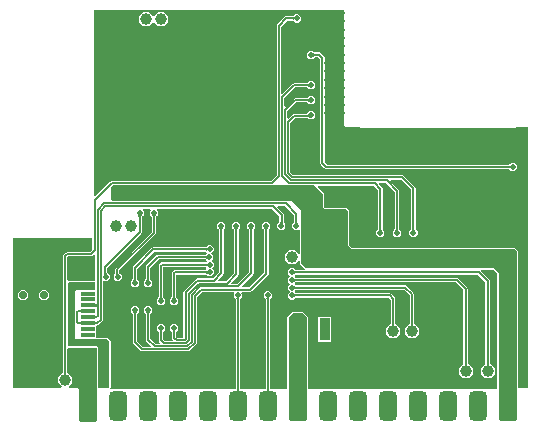
<source format=gbl>
G04*
G04 #@! TF.GenerationSoftware,Altium Limited,Altium Designer,23.0.1 (38)*
G04*
G04 Layer_Physical_Order=2*
G04 Layer_Color=16711680*
%FSTAX43Y43*%
%MOMM*%
G71*
G04*
G04 #@! TF.SameCoordinates,B778C3FE-ACB6-4B2B-825A-9079CAA5F4FE*
G04*
G04*
G04 #@! TF.FilePolarity,Positive*
G04*
G01*
G75*
G04:AMPARAMS|DCode=27|XSize=1.5mm|YSize=2.5mm|CornerRadius=0.375mm|HoleSize=0mm|Usage=FLASHONLY|Rotation=180.000|XOffset=0mm|YOffset=0mm|HoleType=Round|Shape=RoundedRectangle|*
%AMROUNDEDRECTD27*
21,1,1.500,1.750,0,0,180.0*
21,1,0.750,2.500,0,0,180.0*
1,1,0.750,-0.375,0.875*
1,1,0.750,0.375,0.875*
1,1,0.750,0.375,-0.875*
1,1,0.750,-0.375,-0.875*
%
%ADD27ROUNDEDRECTD27*%
%ADD35C,0.700*%
%ADD36C,0.150*%
%ADD38O,2.200X1.000*%
%ADD39O,1.800X1.000*%
%ADD40C,0.500*%
%ADD41R,1.150X0.590*%
%ADD42R,1.150X0.298*%
%ADD43C,1.000*%
%ADD44R,0.900X1.860*%
%ADD45R,3.190X1.860*%
G36*
X0018414Y003127D02*
X0018395Y0031289D01*
X0018375Y0031306D01*
X0018354Y0031321D01*
X0018334Y0031334D01*
X0018313Y0031345D01*
X0018292Y0031354D01*
X001827Y0031361D01*
X0018249Y0031366D01*
X0018227Y0031369D01*
X0018204Y003137D01*
Y003152D01*
X0018227Y0031521D01*
X0018249Y0031524D01*
X001827Y0031529D01*
X0018292Y0031536D01*
X0018313Y0031545D01*
X0018334Y0031556D01*
X0018354Y0031569D01*
X0018375Y0031584D01*
X0018395Y0031601D01*
X0018414Y003162D01*
Y003127D01*
D02*
G37*
G36*
X0022647Y0022432D02*
X0022694Y0022317D01*
X0022809Y002227D01*
X0023986D01*
X0024005Y0022225D01*
X0024082Y0022193D01*
X0037082D01*
X0037158Y0022225D01*
X0037177Y002227D01*
X0038192D01*
Y0000188D01*
X0037389D01*
X0037345Y0000217D01*
Y0011709D01*
X0037313Y0011786D01*
X003711Y0011989D01*
X0037033Y0012021D01*
X0023286Y0012021D01*
X0023044Y0012262D01*
X0023044Y0015113D01*
X0023013Y001519D01*
X0023013Y001519D01*
X002281Y0015393D01*
X002281Y0015393D01*
X0022733Y0015424D01*
X0021025Y0015424D01*
X0020936Y0015513D01*
Y0016586D01*
X0020936Y0016586D01*
X0020905Y0016663D01*
X0020905Y0016663D01*
X0020391Y0017176D01*
X0020439Y0017294D01*
X0025136D01*
X0025492Y0016937D01*
Y0013625D01*
X0025489Y0013616D01*
X0025484Y0013603D01*
X0025477Y001359D01*
X0025468Y0013576D01*
X0025458Y0013562D01*
X0025445Y0013547D01*
X0025429Y001353D01*
X0025421Y0013511D01*
X0025332Y0013421D01*
Y0013131D01*
X0025537Y0012926D01*
X0025827D01*
X0026032Y0013131D01*
Y0013421D01*
X0025942Y0013511D01*
X0025935Y001353D01*
X0025918Y0013547D01*
X0025905Y0013562D01*
X0025895Y0013576D01*
X0025886Y001359D01*
X0025879Y0013603D01*
X0025874Y0013616D01*
X0025871Y0013625D01*
Y0017016D01*
X0025871Y0017016D01*
X0025816Y001715D01*
X0025816Y001715D01*
X0025539Y0017426D01*
X0025587Y0017544D01*
X002613D01*
X0026892Y0016782D01*
Y0013625D01*
X0026889Y0013616D01*
X0026884Y0013603D01*
X0026877Y001359D01*
X0026868Y0013576D01*
X0026858Y0013562D01*
X0026845Y0013547D01*
X0026829Y001353D01*
X0026821Y0013511D01*
X0026732Y0013421D01*
Y0013131D01*
X0026937Y0012926D01*
X0027227D01*
X0027432Y0013131D01*
Y0013421D01*
X0027342Y0013511D01*
X0027335Y001353D01*
X0027318Y0013547D01*
X0027305Y0013562D01*
X0027295Y0013576D01*
X0027286Y001359D01*
X0027279Y0013603D01*
X0027274Y0013616D01*
X0027271Y0013625D01*
Y001686D01*
X0027216Y0016994D01*
X0027216Y0016994D01*
X0026533Y0017676D01*
X0026582Y0017794D01*
X0027481D01*
X0028292Y0016982D01*
Y0013625D01*
X0028289Y0013616D01*
X0028284Y0013603D01*
X0028277Y001359D01*
X0028268Y0013576D01*
X0028258Y0013562D01*
X0028245Y0013547D01*
X0028229Y001353D01*
X0028221Y0013511D01*
X0028132Y0013421D01*
Y0013131D01*
X0028337Y0012926D01*
X0028627D01*
X0028832Y0013131D01*
Y0013421D01*
X0028742Y0013511D01*
X0028735Y001353D01*
X0028718Y0013547D01*
X0028705Y0013562D01*
X0028695Y0013576D01*
X0028686Y001359D01*
X0028679Y0013603D01*
X0028674Y0013616D01*
X0028671Y0013625D01*
Y0017061D01*
X0028616Y0017195D01*
X0027693Y0018117D01*
X0027559Y0018173D01*
X0020406D01*
X0020371Y0018187D01*
X0018276D01*
X0018046Y0018417D01*
Y0022553D01*
X001849Y0022998D01*
X0019508D01*
X0019516Y0022996D01*
X0019554Y0022983D01*
X001957Y0022976D01*
X0019613Y0022955D01*
X0019625Y0022949D01*
X0019672Y0022901D01*
X0019962D01*
X0020167Y0023106D01*
Y0023396D01*
X0019962Y0023601D01*
X0019672D01*
X0019467Y0023396D01*
Y0023384D01*
X0019466Y0023383D01*
X0019458Y0023378D01*
X0019453Y0023377D01*
X0018412D01*
X0018278Y0023321D01*
X0017913Y0022956D01*
X0017796Y0023005D01*
Y0023578D01*
X0018549Y0024332D01*
X0019469D01*
X0019478Y0024329D01*
X0019491Y0024323D01*
X0019504Y0024316D01*
X0019518Y0024308D01*
X0019532Y0024297D01*
X0019547Y0024285D01*
X0019564Y0024268D01*
X0019583Y0024261D01*
X0019672Y0024171D01*
X0019962D01*
X0020167Y0024376D01*
Y0024666D01*
X0019962Y0024871D01*
X0019672D01*
X0019583Y0024782D01*
X0019564Y0024774D01*
X0019547Y0024758D01*
X0019532Y0024745D01*
X0019518Y0024735D01*
X0019504Y0024726D01*
X0019491Y0024719D01*
X0019478Y0024714D01*
X0019469Y0024711D01*
X0018471D01*
X0018337Y0024655D01*
X0017663Y0023981D01*
X0017546Y002403D01*
Y0024681D01*
X0018466Y0025602D01*
X0019469D01*
X0019478Y0025599D01*
X0019491Y0025593D01*
X0019504Y0025586D01*
X0019518Y0025578D01*
X0019532Y0025567D01*
X0019547Y0025555D01*
X0019564Y0025538D01*
X0019583Y0025531D01*
X0019672Y0025441D01*
X0019962D01*
X0020167Y0025646D01*
Y0025936D01*
X0019962Y0026141D01*
X0019672D01*
X0019583Y0026052D01*
X0019564Y0026044D01*
X0019547Y0026028D01*
X0019532Y0026015D01*
X0019518Y0026005D01*
X0019504Y0025996D01*
X0019491Y0025989D01*
X0019478Y0025984D01*
X0019469Y0025981D01*
X0018388D01*
X0018254Y0025925D01*
X0017401Y0025072D01*
X0017284Y0025121D01*
Y0030757D01*
X0017782Y0031256D01*
X0018244D01*
X0018254Y0031253D01*
X0018266Y0031247D01*
X0018279Y003124D01*
X0018293Y0031232D01*
X0018307Y0031221D01*
X0018322Y0031209D01*
X0018339Y0031192D01*
X0018358Y0031185D01*
X0018448Y0031095D01*
X0018738D01*
X0018943Y00313D01*
Y003159D01*
X0018738Y0031795D01*
X0018448D01*
X0018358Y0031706D01*
X0018339Y0031698D01*
X0018322Y0031682D01*
X0018307Y0031669D01*
X0018293Y0031659D01*
X0018279Y003165D01*
X0018266Y0031643D01*
X0018254Y0031638D01*
X0018244Y0031635D01*
X0017704D01*
X001757Y0031579D01*
X001696Y003097D01*
X0016905Y0030836D01*
Y0018163D01*
X0016429Y0017687D01*
X0002944D01*
X000281Y0017632D01*
X000155Y0016372D01*
X0001432Y001642D01*
Y0032172D01*
X0022647D01*
Y0022432D01*
D02*
G37*
G36*
X0019639Y0025616D02*
X0019619Y0025635D01*
X0019599Y0025652D01*
X0019579Y0025667D01*
X0019558Y002568D01*
X0019537Y0025691D01*
X0019516Y00257D01*
X0019495Y0025707D01*
X0019473Y0025712D01*
X0019451Y0025715D01*
X0019429Y0025716D01*
Y0025866D01*
X0019451Y0025867D01*
X0019473Y002587D01*
X0019495Y0025875D01*
X0019516Y0025882D01*
X0019537Y0025891D01*
X0019558Y0025902D01*
X0019579Y0025915D01*
X0019599Y002593D01*
X0019619Y0025947D01*
X0019639Y0025966D01*
Y0025616D01*
D02*
G37*
G36*
Y0024346D02*
X0019619Y0024365D01*
X0019599Y0024382D01*
X0019579Y0024397D01*
X0019558Y002441D01*
X0019537Y0024421D01*
X0019516Y002443D01*
X0019495Y0024437D01*
X0019473Y0024442D01*
X0019451Y0024445D01*
X0019429Y0024446D01*
Y0024596D01*
X0019451Y0024597D01*
X0019473Y00246D01*
X0019495Y0024605D01*
X0019516Y0024612D01*
X0019537Y0024621D01*
X0019558Y0024632D01*
X0019579Y0024645D01*
X0019599Y002466D01*
X0019619Y0024677D01*
X0019639Y0024696D01*
Y0024346D01*
D02*
G37*
G36*
X001969Y0023036D02*
X0019664Y0023051D01*
X0019615Y0023075D01*
X0019592Y0023085D01*
X0019546Y00231D01*
X0019523Y0023105D01*
X0019502Y0023109D01*
X001948Y0023111D01*
X001946Y0023112D01*
X0019418Y0023262D01*
X0019441Y0023263D01*
X0019463Y0023267D01*
X0019484Y0023272D01*
X0019504Y002328D01*
X0019522Y002329D01*
X001954Y0023303D01*
X0019557Y0023317D01*
X0019572Y0023334D01*
X0019587Y0023353D01*
X00196Y0023375D01*
X001969Y0023036D01*
D02*
G37*
G36*
X0006658Y0014772D02*
X0006641Y0014752D01*
X0006626Y0014731D01*
X0006613Y0014711D01*
X0006602Y001469D01*
X0006593Y0014669D01*
X0006586Y0014647D01*
X0006581Y0014626D01*
X0006578Y0014604D01*
X0006577Y0014581D01*
X0006427D01*
X0006426Y0014604D01*
X0006423Y0014626D01*
X0006418Y0014647D01*
X0006411Y0014669D01*
X0006402Y001469D01*
X0006391Y0014711D01*
X0006378Y0014731D01*
X0006363Y0014752D01*
X0006346Y0014772D01*
X0006327Y0014791D01*
X0006677D01*
X0006658Y0014772D01*
D02*
G37*
G36*
X0005465D02*
X0005448Y0014752D01*
X0005433Y0014731D01*
X000542Y0014711D01*
X0005409Y001469D01*
X00054Y0014669D01*
X0005393Y0014647D01*
X0005388Y0014626D01*
X0005385Y0014604D01*
X0005384Y0014581D01*
X0005234D01*
X0005233Y0014604D01*
X000523Y0014626D01*
X0005225Y0014647D01*
X0005218Y0014669D01*
X0005209Y001469D01*
X0005198Y0014711D01*
X0005185Y0014731D01*
X000517Y0014752D01*
X0005153Y0014772D01*
X0005134Y0014791D01*
X0005484D01*
X0005465Y0014772D01*
D02*
G37*
G36*
X0018643Y0014232D02*
X0018646Y001421D01*
X0018651Y0014189D01*
X0018658Y0014167D01*
X0018667Y0014146D01*
X0018678Y0014125D01*
X0018691Y0014105D01*
X0018706Y0014085D01*
X0018723Y0014064D01*
X0018742Y0014045D01*
X0018392D01*
X0018411Y0014064D01*
X0018428Y0014085D01*
X0018443Y0014105D01*
X0018456Y0014125D01*
X0018467Y0014146D01*
X0018476Y0014167D01*
X0018483Y0014189D01*
X0018488Y001421D01*
X0018491Y0014232D01*
X0018492Y0014255D01*
X0018642D01*
X0018643Y0014232D01*
D02*
G37*
G36*
X0017398Y0014245D02*
X0017399Y0014223D01*
X0017401Y0014202D01*
X0017406Y001418D01*
X0017412Y0014158D01*
X0017421Y0014136D01*
X0017431Y0014114D01*
X0017443Y0014092D01*
X0017457Y001407D01*
X0017472Y0014048D01*
X001749Y0014026D01*
X0017141Y0014062D01*
X0017162Y0014079D01*
X001718Y0014097D01*
X0017196Y0014115D01*
X001721Y0014134D01*
X0017221Y0014154D01*
X0017231Y0014174D01*
X0017238Y0014195D01*
X0017244Y0014217D01*
X0017247Y0014239D01*
X0017248Y0014261D01*
X0017398Y0014245D01*
D02*
G37*
G36*
X0018378Y0014831D02*
Y0014215D01*
X0018375Y0014205D01*
X001837Y0014193D01*
X0018363Y001418D01*
X0018354Y0014166D01*
X0018344Y0014152D01*
X0018331Y0014137D01*
X0018314Y001412D01*
X0018307Y0014101D01*
X0018217Y0014011D01*
Y0013721D01*
X0018422Y0013516D01*
X0018712D01*
X0018772Y0013576D01*
X0018889Y0013527D01*
X0018891Y0011543D01*
X0018764Y0011512D01*
X0018435Y0011841D01*
X0017938D01*
X0017587Y001149D01*
Y0010993D01*
X0017938Y0010641D01*
X0018435D01*
X0018765Y0010971D01*
X0018892Y0010941D01*
X0018892Y0010718D01*
X0018892Y0010718D01*
X0018892Y0010718D01*
Y0010717D01*
X0018908Y001068D01*
X0018924Y0010641D01*
X0018924Y0010641D01*
X0018924Y0010641D01*
X0018924Y0010641D01*
X0019299Y0010266D01*
X0019299Y0010225D01*
X0019222Y0010131D01*
X0018535D01*
X0018526Y0010134D01*
X0018513Y0010139D01*
X00185Y0010146D01*
X0018486Y0010155D01*
X0018472Y0010165D01*
X0018457Y0010178D01*
X001844Y0010194D01*
X0018421Y0010202D01*
X0018332Y0010291D01*
X0018042D01*
X0017837Y0010086D01*
Y0009796D01*
X0018017Y0009616D01*
X0017837Y0009436D01*
Y0009146D01*
X0018017Y0008966D01*
X0017837Y0008786D01*
Y0008496D01*
X0018017Y0008316D01*
X0017837Y0008136D01*
Y0007846D01*
X0018042Y0007641D01*
X0018332D01*
X0018421Y0007731D01*
X001844Y0007738D01*
X0018457Y0007755D01*
X0018472Y0007767D01*
X0018486Y0007778D01*
X00185Y0007786D01*
X0018513Y0007793D01*
X0018526Y0007799D01*
X0018535Y0007802D01*
X0026398D01*
X0026569Y0007631D01*
Y0005578D01*
X0026509D01*
X0026158Y0005227D01*
Y000473D01*
X0026509Y0004378D01*
X0027007D01*
X0027358Y000473D01*
Y0005227D01*
X0027007Y0005578D01*
X0026947D01*
Y000771D01*
X0026892Y0007844D01*
X0026611Y0008125D01*
X0026477Y0008181D01*
X0018535D01*
X0018526Y0008184D01*
X0018513Y0008189D01*
X00185Y0008196D01*
X0018486Y0008205D01*
X0018472Y0008215D01*
X0018457Y0008228D01*
X0018452Y0008232D01*
X0018435Y0008267D01*
X0018422Y0008316D01*
X0018434Y0008365D01*
X0018452Y00084D01*
X0018457Y0008405D01*
X0018472Y0008417D01*
X0018486Y0008428D01*
X00185Y0008436D01*
X0018513Y0008443D01*
X0018526Y0008449D01*
X0018535Y0008452D01*
X0027704D01*
X0028159Y0007997D01*
Y0005578D01*
X00281D01*
X0027748Y0005227D01*
Y000473D01*
X00281Y0004378D01*
X0028597D01*
X0028948Y000473D01*
Y0005227D01*
X0028597Y0005578D01*
X0028538D01*
Y0008075D01*
X0028482Y0008209D01*
X0027916Y0008775D01*
X0027782Y0008831D01*
X0018535D01*
X0018526Y0008834D01*
X0018513Y0008839D01*
X00185Y0008846D01*
X0018486Y0008855D01*
X0018472Y0008865D01*
X0018458Y0008878D01*
X0018452Y0008882D01*
X0018434Y0008917D01*
X0018422Y0008966D01*
X0018434Y0009015D01*
X0018452Y000905D01*
X0018457Y0009055D01*
X0018472Y0009067D01*
X0018486Y0009078D01*
X00185Y0009086D01*
X0018513Y0009093D01*
X0018526Y0009099D01*
X0018535Y0009102D01*
X0032058D01*
X0032715Y0008445D01*
Y00022D01*
X0032656D01*
X0032304Y0001849D01*
Y0001352D01*
X0032656Y0001D01*
X0033153D01*
X0033504Y0001352D01*
Y0001849D01*
X0033153Y00022D01*
X0033094D01*
Y0008523D01*
X0033038Y0008657D01*
X003227Y0009425D01*
X0032136Y0009481D01*
X0018535D01*
X0018526Y0009484D01*
X0018513Y0009489D01*
X00185Y0009496D01*
X0018486Y0009505D01*
X0018472Y0009515D01*
X0018458Y0009528D01*
X0018452Y0009532D01*
X0018434Y0009567D01*
X0018422Y0009616D01*
X0018435Y0009665D01*
X0018452Y00097D01*
X0018457Y0009705D01*
X0018472Y0009717D01*
X0018486Y0009728D01*
X00185Y0009736D01*
X0018513Y0009743D01*
X0018526Y0009749D01*
X0018535Y0009752D01*
X0033973D01*
X0034583Y0009142D01*
Y00022D01*
X0034524D01*
X0034173Y0001849D01*
Y0001352D01*
X0034524Y0001D01*
X0035021D01*
X0035373Y0001352D01*
Y0001849D01*
X0035021Y00022D01*
X0034962D01*
Y000922D01*
X0034907Y0009354D01*
X0034209Y0010052D01*
X0034238Y0010162D01*
X0034248Y0010179D01*
X0035287Y0010179D01*
X0035604Y0009861D01*
X0035604Y0000025D01*
X0019565D01*
Y0006121D01*
X0019565Y0006121D01*
X0019533Y0006198D01*
X0019177Y0006554D01*
X0019101Y0006585D01*
X0018263D01*
X0018263Y0006585D01*
X0018186Y0006554D01*
X0018186Y0006554D01*
X0017856Y0006223D01*
X0017824Y0006147D01*
Y0000025D01*
X0016344D01*
Y0007643D01*
X0016347Y0007652D01*
X0016352Y0007665D01*
X0016359Y0007678D01*
X0016368Y0007691D01*
X0016378Y0007706D01*
X0016391Y000772D01*
X0016407Y0007738D01*
X0016415Y0007757D01*
X0016504Y0007846D01*
Y0008136D01*
X0016299Y0008341D01*
X0016009D01*
X0015804Y0008136D01*
Y0007846D01*
X0015894Y0007757D01*
X0015901Y0007738D01*
X0015918Y000772D01*
X0015931Y0007706D01*
X0015941Y0007691D01*
X001595Y0007678D01*
X0015957Y0007665D01*
X0015962Y0007652D01*
X0015965Y0007643D01*
Y0000025D01*
X0013804D01*
Y0007643D01*
X0013807Y0007652D01*
X0013812Y0007665D01*
X0013819Y0007678D01*
X0013828Y0007691D01*
X0013838Y0007706D01*
X0013851Y000772D01*
X0013867Y0007738D01*
X0013875Y0007757D01*
X0013964Y0007846D01*
Y0008136D01*
X0013924Y0008177D01*
X0013972Y0008294D01*
X0014681D01*
X0014815Y000835D01*
X0016161Y0009696D01*
X0016217Y000983D01*
Y0013518D01*
X001622Y0013527D01*
X0016225Y001354D01*
X0016232Y0013553D01*
X0016241Y0013566D01*
X0016251Y0013581D01*
X0016264Y0013595D01*
X001628Y0013613D01*
X0016288Y0013632D01*
X0016377Y0013721D01*
Y0014011D01*
X0016172Y0014216D01*
X0015882D01*
X0015677Y0014011D01*
Y0013721D01*
X0015767Y0013632D01*
X0015774Y0013613D01*
X0015791Y0013595D01*
X0015804Y0013581D01*
X0015814Y0013566D01*
X0015823Y0013553D01*
X001583Y001354D01*
X0015835Y0013527D01*
X0015838Y0013518D01*
Y0009908D01*
X0014603Y0008673D01*
X0014009D01*
X001396Y000879D01*
X0014891Y0009721D01*
X0014947Y0009855D01*
Y0013518D01*
X001495Y0013527D01*
X0014955Y001354D01*
X0014962Y0013553D01*
X0014971Y0013566D01*
X0014981Y0013581D01*
X0014994Y0013595D01*
X001501Y0013613D01*
X0015018Y0013632D01*
X0015107Y0013721D01*
Y0014011D01*
X0014902Y0014216D01*
X0014612D01*
X0014407Y0014011D01*
Y0013721D01*
X0014497Y0013632D01*
X0014504Y0013613D01*
X0014521Y0013595D01*
X0014534Y0013581D01*
X0014544Y0013566D01*
X0014553Y0013553D01*
X001456Y001354D01*
X0014565Y0013527D01*
X0014568Y0013518D01*
Y0009934D01*
X0013569Y0008935D01*
X0013077D01*
X0013029Y0009052D01*
X0013621Y0009645D01*
X0013677Y0009779D01*
Y0013518D01*
X001368Y0013527D01*
X0013685Y001354D01*
X0013692Y0013553D01*
X0013701Y0013566D01*
X0013711Y0013581D01*
X0013724Y0013595D01*
X001374Y0013613D01*
X0013748Y0013632D01*
X0013837Y0013721D01*
Y0014011D01*
X0013632Y0014216D01*
X0013342D01*
X0013137Y0014011D01*
Y0013721D01*
X0013227Y0013632D01*
X0013234Y0013613D01*
X0013251Y0013595D01*
X0013264Y0013581D01*
X0013274Y0013566D01*
X0013283Y0013553D01*
X001329Y001354D01*
X0013295Y0013527D01*
X0013298Y0013518D01*
Y0009857D01*
X0012626Y0009185D01*
X0011981D01*
X0011932Y0009302D01*
X0012351Y0009721D01*
X0012407Y0009855D01*
Y0013518D01*
X001241Y0013527D01*
X0012415Y001354D01*
X0012422Y0013553D01*
X0012431Y0013566D01*
X0012441Y0013581D01*
X0012454Y0013595D01*
X001247Y0013613D01*
X0012478Y0013632D01*
X0012567Y0013721D01*
Y0014011D01*
X0012362Y0014216D01*
X0012072D01*
X0011867Y0014011D01*
Y0013721D01*
X0011957Y0013632D01*
X0011964Y0013613D01*
X0011981Y0013595D01*
X0011994Y0013581D01*
X0012004Y0013566D01*
X0012013Y0013553D01*
X001202Y001354D01*
X0012025Y0013527D01*
X0012028Y0013518D01*
Y0009934D01*
X0011529Y0009435D01*
X0010202D01*
X0010202Y0009435D01*
X0010068Y000938D01*
X0009073Y0008384D01*
X0009017Y0008251D01*
Y000438D01*
X0008511D01*
X0008401Y0004491D01*
Y0004847D01*
X0008404Y0004856D01*
X0008409Y0004869D01*
X0008416Y0004882D01*
X0008425Y0004896D01*
X0008435Y000491D01*
X0008448Y0004925D01*
X0008464Y0004942D01*
X0008472Y0004961D01*
X0008561Y0005051D01*
Y0005341D01*
X0008356Y0005546D01*
X0008066D01*
X0007861Y0005341D01*
Y0005051D01*
X0007951Y0004961D01*
X0007958Y0004942D01*
X0007975Y0004925D01*
X0007987Y000491D01*
X0007998Y0004896D01*
X0008007Y0004882D01*
X0008013Y0004869D01*
X0008019Y0004856D01*
X0008022Y0004847D01*
Y0004412D01*
X0008077Y0004279D01*
X0008108Y0004248D01*
X000806Y000413D01*
X0007448D01*
X0007298Y0004281D01*
Y0004847D01*
X0007301Y0004856D01*
X0007306Y0004869D01*
X0007313Y0004882D01*
X0007322Y0004896D01*
X0007332Y000491D01*
X0007345Y0004925D01*
X0007361Y0004942D01*
X0007369Y0004961D01*
X0007458Y0005051D01*
Y0005341D01*
X0007253Y0005546D01*
X0006963D01*
X0006758Y0005341D01*
Y0005051D01*
X0006848Y0004961D01*
X0006855Y0004942D01*
X0006872Y0004925D01*
X0006884Y000491D01*
X0006895Y0004896D01*
X0006904Y0004882D01*
X000691Y0004869D01*
X0006916Y0004856D01*
X0006919Y0004847D01*
Y0004203D01*
X0006974Y0004069D01*
X0007045Y0003998D01*
X0006997Y000388D01*
X0006649D01*
X0006195Y0004335D01*
Y0006407D01*
X0006198Y0006416D01*
X0006203Y0006429D01*
X000621Y0006442D01*
X0006219Y0006456D01*
X0006229Y000647D01*
X0006242Y0006485D01*
X0006258Y0006502D01*
X0006266Y0006521D01*
X0006355Y0006611D01*
Y0006901D01*
X000615Y0007106D01*
X000586D01*
X0005655Y0006901D01*
Y0006611D01*
X0005745Y0006521D01*
X0005752Y0006502D01*
X0005769Y0006485D01*
X0005781Y000647D01*
X0005792Y0006456D01*
X00058Y0006442D01*
X0005807Y0006429D01*
X0005813Y0006416D01*
X0005816Y0006407D01*
Y0004256D01*
X0005871Y0004122D01*
X0006246Y0003748D01*
X0006197Y000363D01*
X0005604D01*
X0005092Y0004142D01*
Y0006407D01*
X0005095Y0006416D01*
X00051Y0006429D01*
X0005107Y0006442D01*
X0005116Y0006456D01*
X0005126Y000647D01*
X0005139Y0006485D01*
X0005155Y0006502D01*
X0005163Y0006521D01*
X0005252Y0006611D01*
Y0006901D01*
X0005047Y0007106D01*
X0004757D01*
X0004552Y0006901D01*
Y0006611D01*
X0004642Y0006521D01*
X0004649Y0006502D01*
X0004666Y0006485D01*
X0004678Y000647D01*
X0004689Y0006456D01*
X0004697Y0006442D01*
X0004704Y0006429D01*
X000471Y0006416D01*
X0004713Y0006407D01*
Y0004064D01*
X0004768Y000393D01*
X0005391Y0003307D01*
X0005525Y0003252D01*
X0005525Y0003252D01*
X000943D01*
X0009564Y0003307D01*
X0010091Y0003834D01*
X0010146Y0003968D01*
Y0007861D01*
X0010579Y0008294D01*
X0013256D01*
X0013305Y0008177D01*
X0013264Y0008136D01*
Y0007846D01*
X0013354Y0007757D01*
X0013361Y0007738D01*
X0013378Y000772D01*
X0013391Y0007706D01*
X0013401Y0007691D01*
X001341Y0007678D01*
X0013417Y0007665D01*
X0013422Y0007652D01*
X0013425Y0007643D01*
Y0000025D01*
X0002898D01*
X0002868Y0000064D01*
X0002831Y0000152D01*
X0002851Y0000203D01*
X0002851Y0004115D01*
X0002851Y0004115D01*
X000282Y0004191D01*
X000282Y0004191D01*
X0002617Y0004395D01*
X0002617Y0004395D01*
X000254Y0004426D01*
X0001585Y0004426D01*
Y00049D01*
X0001585D01*
Y0004902D01*
X0001585D01*
Y00054D01*
X0001687Y0005461D01*
X0001716D01*
X0001849Y0005517D01*
X0002129Y0005796D01*
X0002184Y000593D01*
X0002184Y000593D01*
Y0009188D01*
X0002275Y0009226D01*
X0002565D01*
X000277Y0009431D01*
Y0009721D01*
X0002647Y0009844D01*
X0002638Y000986D01*
X0002621Y0009874D01*
X0002609Y0009885D01*
X0002599Y0009896D01*
X0002591Y0009907D01*
X0002585Y0009917D01*
X000258Y0009928D01*
X0002577Y0009935D01*
Y0010336D01*
X0005443Y0013201D01*
X0005443Y0013201D01*
X0005498Y0013335D01*
X0005498Y0013335D01*
Y0014621D01*
X0005501Y0014631D01*
X0005506Y0014643D01*
X0005513Y0014656D01*
X0005522Y001467D01*
X0005532Y0014684D01*
X0005545Y0014699D01*
X0005562Y0014716D01*
X0005569Y0014735D01*
X0005659Y0014825D01*
Y0015115D01*
X0005564Y001521D01*
X0005616Y0015337D01*
X0006195D01*
X0006247Y001521D01*
X0006152Y0015115D01*
Y0014825D01*
X0006242Y0014735D01*
X0006249Y0014716D01*
X0006266Y0014699D01*
X0006279Y0014684D01*
X0006289Y001467D01*
X0006298Y0014656D01*
X0006305Y0014643D01*
X000631Y0014631D01*
X0006313Y0014621D01*
Y0013388D01*
X000327Y0010345D01*
X0003214Y0010211D01*
Y0009863D01*
X0003212Y0009853D01*
X0003206Y0009837D01*
X00032Y000982D01*
X0003192Y0009803D01*
X0003169Y0009762D01*
X0003156Y0009741D01*
X0003155Y0009739D01*
X0003104Y0009688D01*
Y0009398D01*
X0003309Y0009193D01*
X0003599D01*
X0003804Y0009398D01*
Y0009688D01*
X0003653Y0009839D01*
X0003651Y0009843D01*
X0003648Y0009845D01*
X0003599Y0009893D01*
X0003599D01*
X0003595Y00099D01*
X0003593Y0009906D01*
Y0010132D01*
X0006636Y0013176D01*
X0006636Y0013176D01*
X0006692Y001331D01*
X0006692Y001331D01*
Y0014621D01*
X0006695Y0014631D01*
X00067Y0014643D01*
X0006707Y0014656D01*
X0006716Y001467D01*
X0006726Y0014684D01*
X0006739Y0014699D01*
X0006755Y0014716D01*
X0006763Y0014735D01*
X0006852Y0014825D01*
Y0015115D01*
X0006757Y001521D01*
X000681Y0015337D01*
X0016526D01*
X0017133Y001473D01*
Y0014223D01*
X0017131Y0014216D01*
X0017126Y0014205D01*
X0017119Y0014194D01*
X0017111Y0014182D01*
X0017101Y0014171D01*
X0017088Y0014159D01*
X0017071Y0014144D01*
X0017062Y0014126D01*
X0016947Y0014011D01*
Y0013721D01*
X0017152Y0013516D01*
X0017442D01*
X0017647Y0013721D01*
Y0014011D01*
X0017578Y001408D01*
X0017575Y0014093D01*
X0017559Y0014113D01*
X0017547Y001413D01*
X0017536Y0014147D01*
X0017528Y0014163D01*
X0017521Y0014178D01*
X0017515Y0014192D01*
X0017512Y0014202D01*
Y0014808D01*
X0017457Y0014942D01*
X0016929Y0015469D01*
X0016978Y0015587D01*
X0017623D01*
X0018378Y0014831D01*
D02*
G37*
G36*
X0016183Y0013668D02*
X0016166Y0013648D01*
X0016151Y0013628D01*
X0016138Y0013607D01*
X0016127Y0013586D01*
X0016118Y0013565D01*
X0016111Y0013544D01*
X0016106Y0013522D01*
X0016103Y00135D01*
X0016102Y0013478D01*
X0015952D01*
X0015951Y00135D01*
X0015948Y0013522D01*
X0015943Y0013544D01*
X0015936Y0013565D01*
X0015927Y0013586D01*
X0015916Y0013607D01*
X0015903Y0013628D01*
X0015888Y0013648D01*
X0015871Y0013668D01*
X0015852Y0013688D01*
X0016202D01*
X0016183Y0013668D01*
D02*
G37*
G36*
X0014913D02*
X0014896Y0013648D01*
X0014881Y0013628D01*
X0014868Y0013607D01*
X0014857Y0013586D01*
X0014848Y0013565D01*
X0014841Y0013544D01*
X0014836Y0013522D01*
X0014833Y00135D01*
X0014832Y0013478D01*
X0014682D01*
X0014681Y00135D01*
X0014678Y0013522D01*
X0014673Y0013544D01*
X0014666Y0013565D01*
X0014657Y0013586D01*
X0014646Y0013607D01*
X0014633Y0013628D01*
X0014618Y0013648D01*
X0014601Y0013668D01*
X0014582Y0013688D01*
X0014932D01*
X0014913Y0013668D01*
D02*
G37*
G36*
X0013643D02*
X0013626Y0013648D01*
X0013611Y0013628D01*
X0013598Y0013607D01*
X0013587Y0013586D01*
X0013578Y0013565D01*
X0013571Y0013544D01*
X0013566Y0013522D01*
X0013563Y00135D01*
X0013562Y0013478D01*
X0013412D01*
X0013411Y00135D01*
X0013408Y0013522D01*
X0013403Y0013544D01*
X0013396Y0013565D01*
X0013387Y0013586D01*
X0013376Y0013607D01*
X0013363Y0013628D01*
X0013348Y0013648D01*
X0013331Y0013668D01*
X0013312Y0013688D01*
X0013662D01*
X0013643Y0013668D01*
D02*
G37*
G36*
X0012373D02*
X0012356Y0013648D01*
X0012341Y0013628D01*
X0012328Y0013607D01*
X0012317Y0013586D01*
X0012308Y0013565D01*
X0012301Y0013544D01*
X0012296Y0013522D01*
X0012293Y00135D01*
X0012292Y0013478D01*
X0012142D01*
X0012141Y00135D01*
X0012138Y0013522D01*
X0012133Y0013544D01*
X0012126Y0013565D01*
X0012117Y0013586D01*
X0012106Y0013607D01*
X0012093Y0013628D01*
X0012078Y0013648D01*
X0012061Y0013668D01*
X0012042Y0013688D01*
X0012392D01*
X0012373Y0013668D01*
D02*
G37*
G36*
X0028558Y0013643D02*
X0028561Y0013621D01*
X0028566Y0013599D01*
X0028573Y0013578D01*
X0028582Y0013556D01*
X0028593Y0013536D01*
X0028606Y0013515D01*
X0028621Y0013495D01*
X0028638Y0013475D01*
X0028657Y0013455D01*
X0028307D01*
X0028326Y0013475D01*
X0028343Y0013495D01*
X0028358Y0013515D01*
X0028371Y0013536D01*
X0028382Y0013556D01*
X0028391Y0013578D01*
X0028398Y0013599D01*
X0028403Y0013621D01*
X0028406Y0013643D01*
X0028407Y0013665D01*
X0028557D01*
X0028558Y0013643D01*
D02*
G37*
G36*
X0027158D02*
X0027161Y0013621D01*
X0027166Y0013599D01*
X0027173Y0013578D01*
X0027182Y0013556D01*
X0027193Y0013536D01*
X0027206Y0013515D01*
X0027221Y0013495D01*
X0027238Y0013475D01*
X0027257Y0013455D01*
X0026907D01*
X0026926Y0013475D01*
X0026943Y0013495D01*
X0026958Y0013515D01*
X0026971Y0013536D01*
X0026982Y0013556D01*
X0026991Y0013578D01*
X0026998Y0013599D01*
X0027003Y0013621D01*
X0027006Y0013643D01*
X0027007Y0013665D01*
X0027157D01*
X0027158Y0013643D01*
D02*
G37*
G36*
X0025758D02*
X0025761Y0013621D01*
X0025766Y0013599D01*
X0025773Y0013578D01*
X0025782Y0013556D01*
X0025793Y0013536D01*
X0025806Y0013515D01*
X0025821Y0013495D01*
X0025838Y0013475D01*
X0025857Y0013455D01*
X0025507D01*
X0025526Y0013475D01*
X0025543Y0013495D01*
X0025558Y0013515D01*
X0025571Y0013536D01*
X0025582Y0013556D01*
X0025591Y0013578D01*
X0025598Y0013599D01*
X0025603Y0013621D01*
X0025606Y0013643D01*
X0025607Y0013665D01*
X0025757D01*
X0025758Y0013643D01*
D02*
G37*
G36*
X0001306Y0012793D02*
Y0011876D01*
X00011Y001167D01*
X-0000813D01*
X-0000813Y001167D01*
X-0000947Y0011615D01*
X-0000947Y0011615D01*
X-0001143Y0011419D01*
X-0001198Y0011285D01*
Y0001438D01*
X-0001258D01*
X-0001609Y0001087D01*
Y000059D01*
X-0001309Y0000289D01*
X-0001361Y0000162D01*
X-0005426D01*
Y0012817D01*
X000127D01*
X0001306Y0012793D01*
D02*
G37*
G36*
X0018385Y0010097D02*
X0018405Y001008D01*
X0018425Y0010065D01*
X0018446Y0010052D01*
X0018467Y0010041D01*
X0018488Y0010032D01*
X0018509Y0010025D01*
X0018531Y001002D01*
X0018553Y0010017D01*
X0018575Y0010016D01*
Y0009866D01*
X0018553Y0009865D01*
X0018531Y0009862D01*
X0018509Y0009857D01*
X0018488Y000985D01*
X0018467Y0009841D01*
X0018446Y000983D01*
X0018425Y0009817D01*
X0018405Y0009802D01*
X0018385Y0009785D01*
X0018365Y0009766D01*
Y0010116D01*
X0018385Y0010097D01*
D02*
G37*
G36*
X0002464Y0009949D02*
X0002467Y0009927D01*
X0002472Y0009906D01*
X000248Y0009885D01*
X000249Y0009865D01*
X0002501Y0009846D01*
X0002515Y0009827D01*
X0002532Y0009809D01*
X000255Y0009792D01*
X000257Y0009776D01*
X0002223Y000973D01*
X000224Y0009753D01*
X0002269Y0009798D01*
X000228Y000982D01*
X000229Y0009842D01*
X0002298Y0009864D01*
X0002305Y0009886D01*
X0002309Y0009908D01*
X0002312Y000993D01*
X0002313Y0009952D01*
X0002463Y0009972D01*
X0002464Y0009949D01*
D02*
G37*
G36*
X000348Y0009919D02*
X0003483Y0009897D01*
X0003489Y0009876D01*
X0003496Y0009856D01*
X0003506Y0009836D01*
X0003519Y0009818D01*
X0003533Y0009801D01*
X000355Y0009784D01*
X0003568Y0009768D01*
X0003589Y0009754D01*
X0003247Y0009683D01*
X0003262Y0009707D01*
X0003289Y0009754D01*
X0003299Y0009778D01*
X0003308Y00098D01*
X0003316Y0009823D01*
X0003321Y0009845D01*
X0003325Y0009867D01*
X0003328Y0009888D01*
X0003329Y0009909D01*
X0003479Y0009942D01*
X000348Y0009919D01*
D02*
G37*
G36*
X0001556Y0011424D02*
Y000933D01*
X000155Y0009319D01*
X0001473Y0009227D01*
X0001473Y0009227D01*
X-0000635Y0009227D01*
X-0000635Y0009227D01*
X-0000693Y0009203D01*
X-000082Y0009253D01*
Y0011206D01*
X-0000734Y0011291D01*
X0001178D01*
X0001312Y0011347D01*
X0001438Y0011473D01*
X0001556Y0011424D01*
D02*
G37*
G36*
X0018385Y0009447D02*
X0018405Y000943D01*
X0018425Y0009415D01*
X0018446Y0009402D01*
X0018467Y0009391D01*
X0018488Y0009382D01*
X0018509Y0009375D01*
X0018531Y000937D01*
X0018553Y0009367D01*
X0018575Y0009366D01*
Y0009216D01*
X0018553Y0009215D01*
X0018531Y0009212D01*
X0018509Y0009207D01*
X0018488Y00092D01*
X0018467Y0009191D01*
X0018446Y000918D01*
X0018425Y0009167D01*
X0018405Y0009152D01*
X0018385Y0009135D01*
X0018365Y0009116D01*
Y0009466D01*
X0018385Y0009447D01*
D02*
G37*
G36*
Y0008797D02*
X0018405Y000878D01*
X0018425Y0008765D01*
X0018446Y0008752D01*
X0018467Y0008741D01*
X0018488Y0008732D01*
X0018509Y0008725D01*
X0018531Y000872D01*
X0018553Y0008717D01*
X0018575Y0008716D01*
Y0008566D01*
X0018553Y0008565D01*
X0018531Y0008562D01*
X0018509Y0008557D01*
X0018488Y000855D01*
X0018467Y0008541D01*
X0018446Y000853D01*
X0018425Y0008517D01*
X0018405Y0008502D01*
X0018385Y0008485D01*
X0018365Y0008466D01*
Y0008816D01*
X0018385Y0008797D01*
D02*
G37*
G36*
Y0008147D02*
X0018405Y000813D01*
X0018425Y0008115D01*
X0018446Y0008102D01*
X0018467Y0008091D01*
X0018488Y0008082D01*
X0018509Y0008075D01*
X0018531Y000807D01*
X0018553Y0008067D01*
X0018575Y0008066D01*
Y0007916D01*
X0018553Y0007915D01*
X0018531Y0007912D01*
X0018509Y0007907D01*
X0018488Y00079D01*
X0018467Y0007891D01*
X0018446Y000788D01*
X0018425Y0007867D01*
X0018405Y0007852D01*
X0018385Y0007835D01*
X0018365Y0007816D01*
Y0008166D01*
X0018385Y0008147D01*
D02*
G37*
G36*
X001631Y0007793D02*
X0016293Y0007773D01*
X0016278Y0007753D01*
X0016265Y0007732D01*
X0016254Y0007711D01*
X0016245Y000769D01*
X0016238Y0007669D01*
X0016233Y0007647D01*
X001623Y0007625D01*
X0016229Y0007603D01*
X0016079D01*
X0016078Y0007625D01*
X0016075Y0007647D01*
X001607Y0007669D01*
X0016063Y000769D01*
X0016054Y0007711D01*
X0016043Y0007732D01*
X001603Y0007753D01*
X0016015Y0007773D01*
X0015998Y0007793D01*
X0015979Y0007813D01*
X0016329D01*
X001631Y0007793D01*
D02*
G37*
G36*
X001377D02*
X0013753Y0007773D01*
X0013738Y0007753D01*
X0013725Y0007732D01*
X0013714Y0007711D01*
X0013705Y000769D01*
X0013698Y0007669D01*
X0013693Y0007647D01*
X001369Y0007625D01*
X0013689Y0007603D01*
X0013539D01*
X0013538Y0007625D01*
X0013535Y0007647D01*
X001353Y0007669D01*
X0013523Y000769D01*
X0013514Y0007711D01*
X0013503Y0007732D01*
X001349Y0007753D01*
X0013475Y0007773D01*
X0013458Y0007793D01*
X0013439Y0007813D01*
X0013789D01*
X001377Y0007793D01*
D02*
G37*
G36*
X000182Y0007137D02*
X000167Y0006912D01*
X0001668Y0006941D01*
X0001664Y0006966D01*
X0001656Y0006989D01*
X0001646Y0007008D01*
X0001633Y0007025D01*
X0001616Y0007038D01*
X0001597Y0007049D01*
X0001574Y0007056D01*
X0001565Y0007058D01*
X0001556Y0007057D01*
X0001536Y0007053D01*
X000152Y0007048D01*
X0001506Y0007042D01*
X0001496Y0007034D01*
X0001488Y0007026D01*
X0001484Y0007016D01*
X0001482Y0007005D01*
Y0007287D01*
X0001484Y0007273D01*
X0001488Y000726D01*
X0001496Y0007249D01*
X0001506Y0007239D01*
X000152Y0007231D01*
X0001536Y0007224D01*
X0001556Y0007219D01*
X0001567Y0007217D01*
X0001574Y0007218D01*
X0001597Y0007226D01*
X0001616Y0007236D01*
X0001633Y000725D01*
X0001646Y0007266D01*
X0001656Y0007286D01*
X0001664Y0007308D01*
X0001668Y0007334D01*
X000167Y0007362D01*
X000182Y0007137D01*
D02*
G37*
G36*
X0000338Y0006505D02*
X0000337Y0006518D01*
X0000332Y000653D01*
X0000325Y0006541D01*
X0000314Y000655D01*
X0000301Y0006558D01*
X0000284Y0006564D01*
X0000265Y0006569D01*
X0000242Y0006573D01*
X0000217Y0006575D01*
X0000188Y0006576D01*
Y0006726D01*
X0000217Y0006727D01*
X0000242Y0006729D01*
X0000265Y0006732D01*
X0000284Y0006737D01*
X0000301Y0006744D01*
X0000314Y0006751D01*
X0000325Y0006761D01*
X0000332Y0006771D01*
X0000337Y0006783D01*
X0000338Y0006797D01*
Y0006505D01*
D02*
G37*
G36*
X0006161Y0006557D02*
X0006144Y0006537D01*
X0006129Y0006517D01*
X0006116Y0006496D01*
X0006105Y0006476D01*
X0006096Y0006454D01*
X0006089Y0006433D01*
X0006084Y0006411D01*
X0006081Y0006389D01*
X000608Y0006367D01*
X000593D01*
X0005929Y0006389D01*
X0005926Y0006411D01*
X0005921Y0006433D01*
X0005914Y0006454D01*
X0005905Y0006476D01*
X0005894Y0006496D01*
X0005881Y0006517D01*
X0005866Y0006537D01*
X0005849Y0006557D01*
X000583Y0006577D01*
X000618D01*
X0006161Y0006557D01*
D02*
G37*
G36*
X0005058D02*
X0005041Y0006537D01*
X0005026Y0006517D01*
X0005013Y0006496D01*
X0005002Y0006476D01*
X0004993Y0006454D01*
X0004986Y0006433D01*
X0004981Y0006411D01*
X0004978Y0006389D01*
X0004977Y0006367D01*
X0004827D01*
X0004826Y0006389D01*
X0004823Y0006411D01*
X0004818Y0006433D01*
X0004811Y0006454D01*
X0004802Y0006476D01*
X0004791Y0006496D01*
X0004778Y0006517D01*
X0004763Y0006537D01*
X0004746Y0006557D01*
X0004727Y0006577D01*
X0005077D01*
X0005058Y0006557D01*
D02*
G37*
G36*
X0001484Y0006277D02*
X0001488Y0006265D01*
X0001495Y0006255D01*
X0001505Y0006246D01*
X0001518Y0006239D01*
X0001534Y0006233D01*
X0001553Y0006228D01*
X0001574Y0006225D01*
X0001598Y0006222D01*
X0001626Y0006222D01*
Y0006072D01*
X0001598Y0006071D01*
X0001574Y0006069D01*
X0001553Y0006066D01*
X0001534Y0006061D01*
X0001518Y0006055D01*
X0001505Y0006048D01*
X0001495Y0006039D01*
X0001488Y0006029D01*
X0001484Y0006018D01*
X0001482Y0006005D01*
Y000629D01*
X0001484Y0006277D01*
D02*
G37*
G36*
X0001484Y0005783D02*
X0001488Y0005771D01*
X0001496Y0005761D01*
X0001506Y0005751D01*
X000152Y0005744D01*
X0001536Y0005737D01*
X0001556Y0005732D01*
X0001578Y0005729D01*
X0001604Y0005727D01*
X0001632Y0005726D01*
Y0005576D01*
X0001604Y0005575D01*
X0001578Y0005573D01*
X0001556Y0005569D01*
X0001536Y0005564D01*
X000152Y0005558D01*
X0001506Y000555D01*
X0001496Y0005541D01*
X0001488Y000553D01*
X0001484Y0005518D01*
X0001482Y0005505D01*
Y0005797D01*
X0001484Y0005783D01*
D02*
G37*
G36*
X0000338Y0005505D02*
X0000337Y0005518D01*
X0000332Y000553D01*
X0000325Y0005541D01*
X0000314Y000555D01*
X0000301Y0005558D01*
X0000284Y0005564D01*
X0000265Y0005569D01*
X0000242Y0005573D01*
X0000217Y0005575D01*
X0000188Y0005576D01*
Y0005726D01*
X0000217Y0005727D01*
X0000242Y0005729D01*
X0000265Y0005732D01*
X0000284Y0005737D01*
X0000301Y0005744D01*
X0000314Y0005751D01*
X0000325Y0005761D01*
X0000332Y0005771D01*
X0000337Y0005783D01*
X0000338Y0005797D01*
Y0005505D01*
D02*
G37*
G36*
X0028424Y0005595D02*
X0028426Y000557D01*
X002843Y0005547D01*
X0028435Y0005527D01*
X0028442Y0005509D01*
X002845Y0005493D01*
X002846Y000548D01*
X0028471Y000547D01*
X0028484Y0005461D01*
X0028498Y0005455D01*
X0028198D01*
X0028212Y0005461D01*
X0028225Y000547D01*
X0028236Y000548D01*
X0028246Y0005493D01*
X0028254Y0005509D01*
X0028261Y0005527D01*
X0028266Y0005547D01*
X002827Y000557D01*
X0028272Y0005595D01*
X0028273Y0005623D01*
X0028423D01*
X0028424Y0005595D01*
D02*
G37*
G36*
X0026834D02*
X0026836Y000557D01*
X002684Y0005547D01*
X0026845Y0005527D01*
X0026852Y0005509D01*
X002686Y0005493D01*
X002687Y000548D01*
X0026881Y000547D01*
X0026894Y0005461D01*
X0026908Y0005455D01*
X0026608D01*
X0026622Y0005461D01*
X0026635Y000547D01*
X0026646Y000548D01*
X0026656Y0005493D01*
X0026664Y0005509D01*
X0026671Y0005527D01*
X0026676Y0005547D01*
X002668Y000557D01*
X0026682Y0005595D01*
X0026683Y0005623D01*
X0026833D01*
X0026834Y0005595D01*
D02*
G37*
G36*
X0028424Y0005345D02*
X0028427Y0005323D01*
X0028432Y0005301D01*
X0028439Y000528D01*
X0028448Y0005258D01*
X0028459Y0005238D01*
X0028472Y0005217D01*
X0028487Y0005197D01*
X0028504Y0005177D01*
X0028523Y0005157D01*
X0028173D01*
X0028192Y0005177D01*
X0028209Y0005197D01*
X0028224Y0005217D01*
X0028237Y0005238D01*
X0028248Y0005258D01*
X0028257Y000528D01*
X0028264Y0005301D01*
X0028269Y0005323D01*
X0028272Y0005345D01*
X0028273Y0005367D01*
X0028423D01*
X0028424Y0005345D01*
D02*
G37*
G36*
X0026834D02*
X0026837Y0005323D01*
X0026842Y0005301D01*
X0026849Y000528D01*
X0026858Y0005258D01*
X0026869Y0005238D01*
X0026882Y0005217D01*
X0026897Y0005197D01*
X0026914Y0005177D01*
X0026933Y0005157D01*
X0026583D01*
X0026602Y0005177D01*
X0026619Y0005197D01*
X0026634Y0005217D01*
X0026647Y0005238D01*
X0026658Y0005258D01*
X0026667Y000528D01*
X0026674Y0005301D01*
X0026679Y0005323D01*
X0026682Y0005345D01*
X0026683Y0005367D01*
X0026833D01*
X0026834Y0005345D01*
D02*
G37*
G36*
X0008367Y0004997D02*
X000835Y0004977D01*
X0008335Y0004957D01*
X0008322Y0004936D01*
X0008311Y0004916D01*
X0008302Y0004894D01*
X0008295Y0004873D01*
X000829Y0004851D01*
X0008287Y0004829D01*
X0008286Y0004807D01*
X0008136D01*
X0008135Y0004829D01*
X0008132Y0004851D01*
X0008127Y0004873D01*
X000812Y0004894D01*
X0008111Y0004916D01*
X00081Y0004936D01*
X0008087Y0004957D01*
X0008072Y0004977D01*
X0008055Y0004997D01*
X0008036Y0005017D01*
X0008386D01*
X0008367Y0004997D01*
D02*
G37*
G36*
X0007264D02*
X0007247Y0004977D01*
X0007232Y0004957D01*
X0007219Y0004936D01*
X0007208Y0004916D01*
X0007199Y0004894D01*
X0007192Y0004873D01*
X0007187Y0004851D01*
X0007184Y0004829D01*
X0007183Y0004807D01*
X0007033D01*
X0007032Y0004829D01*
X0007029Y0004851D01*
X0007024Y0004873D01*
X0007017Y0004894D01*
X0007008Y0004916D01*
X0006997Y0004936D01*
X0006984Y0004957D01*
X0006969Y0004977D01*
X0006952Y0004997D01*
X0006933Y0005017D01*
X0007283D01*
X0007264Y0004997D01*
D02*
G37*
G36*
X0034848Y0002217D02*
X0034851Y0002192D01*
X0034854Y0002169D01*
X003486Y0002149D01*
X0034866Y0002131D01*
X0034875Y0002115D01*
X0034884Y0002102D01*
X0034896Y0002091D01*
X0034908Y0002083D01*
X0034923Y0002077D01*
X0034623D01*
X0034637Y0002083D01*
X003465Y0002091D01*
X0034661Y0002102D01*
X0034671Y0002115D01*
X0034679Y0002131D01*
X0034686Y0002149D01*
X0034691Y0002169D01*
X0034695Y0002192D01*
X0034697Y0002217D01*
X0034698Y0002245D01*
X0034848D01*
X0034848Y0002217D01*
D02*
G37*
G36*
X003298D02*
X0032982Y0002192D01*
X0032986Y0002169D01*
X0032991Y0002149D01*
X0032998Y0002131D01*
X0033006Y0002115D01*
X0033016Y0002102D01*
X0033027Y0002091D01*
X003304Y0002083D01*
X0033054Y0002077D01*
X0032754D01*
X0032769Y0002083D01*
X0032781Y0002091D01*
X0032793Y0002102D01*
X0032802Y0002115D01*
X0032811Y0002131D01*
X0032817Y0002149D01*
X0032823Y0002169D01*
X0032826Y0002192D01*
X0032829Y0002217D01*
X0032829Y0002245D01*
X0032979D01*
X003298Y0002217D01*
D02*
G37*
G36*
X003298Y0001966D02*
X0032983Y0001944D01*
X0032988Y0001923D01*
X0032995Y0001901D01*
X0033004Y000188D01*
X0033015Y0001859D01*
X0033028Y0001839D01*
X0033043Y0001819D01*
X003306Y0001798D01*
X0033079Y0001779D01*
X0032729D01*
X0032748Y0001798D01*
X0032765Y0001819D01*
X003278Y0001839D01*
X0032793Y0001859D01*
X0032804Y000188D01*
X0032813Y0001901D01*
X003282Y0001923D01*
X0032825Y0001944D01*
X0032828Y0001966D01*
X0032829Y0001989D01*
X0032979D01*
X003298Y0001966D01*
D02*
G37*
G36*
X0034849Y0001967D02*
X0034852Y0001945D01*
X0034857Y0001923D01*
X0034864Y0001902D01*
X0034873Y0001881D01*
X0034884Y000186D01*
X0034897Y000184D01*
X0034912Y0001819D01*
X0034929Y00018D01*
X0034948Y000178D01*
X0034598Y0001777D01*
X0034617Y0001797D01*
X0034634Y0001818D01*
X0034649Y0001838D01*
X0034662Y0001859D01*
X0034673Y000188D01*
X0034682Y0001901D01*
X0034689Y0001922D01*
X0034694Y0001944D01*
X0034697Y0001966D01*
X0034698Y0001988D01*
X0034848Y0001989D01*
X0034849Y0001967D01*
D02*
G37*
G36*
X-0000933Y0001455D02*
X-0000931Y000143D01*
X-0000927Y0001407D01*
X-0000922Y0001387D01*
X-0000915Y0001369D01*
X-0000907Y0001353D01*
X-0000897Y000134D01*
X-0000886Y0001329D01*
X-0000873Y0001321D01*
X-0000859Y0001315D01*
X-0001159D01*
X-0001145Y0001321D01*
X-0001132Y0001329D01*
X-0001121Y000134D01*
X-0001111Y0001353D01*
X-0001103Y0001369D01*
X-0001096Y0001387D01*
X-0001091Y0001407D01*
X-0001087Y000143D01*
X-0001085Y0001455D01*
X-0001084Y0001483D01*
X-0000934D01*
X-0000933Y0001455D01*
D02*
G37*
G36*
X-0000933Y0001204D02*
X-000093Y0001182D01*
X-0000925Y0001161D01*
X-0000918Y0001139D01*
X-0000909Y0001118D01*
X-0000898Y0001097D01*
X-0000885Y0001077D01*
X-000087Y0001056D01*
X-0000853Y0001036D01*
X-0000834Y0001017D01*
X-0001184D01*
X-0001165Y0001036D01*
X-0001148Y0001056D01*
X-0001133Y0001077D01*
X-000112Y0001097D01*
X-0001109Y0001118D01*
X-00011Y0001139D01*
X-0001093Y0001161D01*
X-0001088Y0001182D01*
X-0001085Y0001204D01*
X-0001084Y0001227D01*
X-0000934D01*
X-0000933Y0001204D01*
D02*
G37*
G36*
X0001499Y0009093D02*
X0001499Y0008509D01*
X0001473Y0008484D01*
X-0000025D01*
X-0000152Y0008357D01*
X-0000152Y0004369D01*
X-0000102Y0004318D01*
X000254Y0004318D01*
X0002743Y0004115D01*
X0002743Y0000203D01*
X0002693Y0000152D01*
X0001854D01*
X0001778Y0000229D01*
Y0003632D01*
X0001727Y0003683D01*
X-0000711Y0003683D01*
X-0000787Y0003759D01*
Y0008966D01*
X-0000635Y0009119D01*
X0001473Y0009119D01*
X0001499Y0009093D01*
D02*
G37*
G36*
X001623Y-0000026D02*
X0016232Y-0000052D01*
X0016236Y-0000075D01*
X0016241Y-0000095D01*
X0016248Y-0000112D01*
X0016256Y-0000125D01*
X0016266Y-0000136D01*
X0016277Y-0000144D01*
X001629Y-0000148D01*
X0016304Y-000015D01*
X0016004D01*
X0016019Y-0000148D01*
X0016031Y-0000144D01*
X0016043Y-0000136D01*
X0016052Y-0000125D01*
X0016061Y-0000112D01*
X0016067Y-0000095D01*
X0016073Y-0000075D01*
X0016076Y-0000052D01*
X0016079Y-0000026D01*
X0016079Y0000003D01*
X0016229D01*
X001623Y-0000026D01*
D02*
G37*
G36*
X001369D02*
X0013692Y-0000052D01*
X0013696Y-0000075D01*
X0013701Y-0000095D01*
X0013708Y-0000112D01*
X0013716Y-0000125D01*
X0013726Y-0000136D01*
X0013737Y-0000144D01*
X001375Y-0000148D01*
X0013764Y-000015D01*
X0013464D01*
X0013479Y-0000148D01*
X0013491Y-0000144D01*
X0013503Y-0000136D01*
X0013512Y-0000125D01*
X0013521Y-0000112D01*
X0013527Y-0000095D01*
X0013533Y-0000075D01*
X0013536Y-0000052D01*
X0013539Y-0000026D01*
X0013539Y0000003D01*
X0013689D01*
X001369Y-0000026D01*
D02*
G37*
G36*
X001623Y-0001031D02*
X0016233Y-0001053D01*
X0016238Y-0001074D01*
X0016245Y-0001096D01*
X0016254Y-0001117D01*
X0016265Y-0001138D01*
X0016278Y-0001158D01*
X0016293Y-0001179D01*
X001631Y-0001199D01*
X0016329Y-0001218D01*
X0015979D01*
X0015998Y-0001199D01*
X0016015Y-0001179D01*
X001603Y-0001158D01*
X0016043Y-0001138D01*
X0016054Y-0001117D01*
X0016063Y-0001096D01*
X001607Y-0001074D01*
X0016075Y-0001053D01*
X0016078Y-0001031D01*
X0016079Y-0001009D01*
X0016229D01*
X001623Y-0001031D01*
D02*
G37*
G36*
X001369D02*
X0013693Y-0001053D01*
X0013698Y-0001074D01*
X0013705Y-0001096D01*
X0013714Y-0001117D01*
X0013725Y-0001138D01*
X0013738Y-0001158D01*
X0013753Y-0001179D01*
X001377Y-0001199D01*
X0013789Y-0001218D01*
X0013439D01*
X0013458Y-0001199D01*
X0013475Y-0001179D01*
X001349Y-0001158D01*
X0013503Y-0001138D01*
X0013514Y-0001117D01*
X0013523Y-0001096D01*
X001353Y-0001074D01*
X0013535Y-0001053D01*
X0013538Y-0001031D01*
X0013539Y-0001009D01*
X0013689D01*
X001369Y-0001031D01*
D02*
G37*
G36*
X0020091Y0017323D02*
X0020828Y0016586D01*
Y0015469D01*
X002098Y0015316D01*
X0022733Y0015316D01*
X0022936Y0015113D01*
X0022936Y0012217D01*
X0023241Y0011913D01*
X0037033Y0011913D01*
X0037236Y0011709D01*
Y-0002464D01*
X0037059Y-0002642D01*
X0035916D01*
X0035712Y-0002438D01*
X0035712Y0009906D01*
X0035331Y0010287D01*
X0019431Y0010287D01*
X0019Y0010718D01*
X0018996Y0015167D01*
X0018211Y0015951D01*
X0003023Y0015951D01*
X000287Y0016104D01*
X000287Y0017145D01*
X0003048Y0017323D01*
X0020091Y0017323D01*
D02*
G37*
G36*
X0019456Y0006121D02*
Y-0002489D01*
X0019279Y-0002667D01*
X0018085D01*
X0017932Y-0002515D01*
Y0006147D01*
X0018263Y0006477D01*
X0019101D01*
X0019456Y0006121D01*
D02*
G37*
G36*
X000167Y0003575D02*
Y0000483D01*
X0001676D01*
Y0000213D01*
X0001701Y0000152D01*
X0001701Y0000152D01*
X0001676Y0000092D01*
X0001676Y-0002565D01*
X0001549Y-0002692D01*
X0000279Y-0002692D01*
X0000151Y-0002564D01*
X0000151Y0000028D01*
X0000115Y0000115D01*
X0Y0000162D01*
X-0000657D01*
X-0000709Y0000289D01*
X-0000409Y000059D01*
Y0001087D01*
X-000076Y0001438D01*
X-000082D01*
Y0003482D01*
X-0000779Y0003531D01*
X-0000733Y000356D01*
X-0000693Y0003575D01*
X000167Y0003575D01*
D02*
G37*
%LPC*%
G36*
X0007386Y0031966D02*
X0006889D01*
X0006578Y0031655D01*
X0006502Y0031628D01*
X0006427Y0031655D01*
X0006116Y0031966D01*
X0005619D01*
X0005267Y0031615D01*
Y0031118D01*
X0005619Y0030766D01*
X0006116D01*
X0006427Y0031077D01*
X0006502Y0031105D01*
X0006578Y0031077D01*
X0006889Y0030766D01*
X0007386D01*
X0007737Y0031118D01*
Y0031615D01*
X0007386Y0031966D01*
D02*
G37*
G36*
X0019962Y0028681D02*
X0019672D01*
X0019467Y0028476D01*
Y0028186D01*
X0019672Y0027981D01*
X0019962D01*
X0020096Y0028115D01*
X0020108Y0028122D01*
X0020121Y0028139D01*
X0020127Y0028146D01*
X0020142Y0028161D01*
X0020152Y0028169D01*
X0020162Y0028175D01*
X0020172Y002818D01*
X0020178Y0028182D01*
X0020419D01*
X0020588Y0028014D01*
Y0019177D01*
X0020643Y0019043D01*
X0020944Y0018742D01*
X0020944Y0018742D01*
X0021078Y0018687D01*
X0021078Y0018687D01*
X0036528D01*
X0036537Y0018684D01*
X003655Y0018679D01*
X0036563Y0018672D01*
X0036577Y0018663D01*
X0036591Y0018653D01*
X0036606Y001864D01*
X0036623Y0018623D01*
X0036642Y0018616D01*
X0036732Y0018526D01*
X0037022D01*
X0037227Y0018731D01*
Y0019021D01*
X0037022Y0019226D01*
X0036732D01*
X0036642Y0019137D01*
X0036623Y0019129D01*
X0036606Y0019113D01*
X0036591Y00191D01*
X0036577Y001909D01*
X0036563Y0019081D01*
X003655Y0019074D01*
X0036537Y0019069D01*
X0036528Y0019066D01*
X0021156D01*
X0020967Y0019255D01*
Y0028092D01*
X0020911Y0028226D01*
X0020911Y0028226D01*
X0020632Y0028506D01*
X0020498Y0028561D01*
X0020144D01*
X0020134Y0028564D01*
X0020119Y0028569D01*
X0020102Y0028576D01*
X0020086Y0028584D01*
X0020047Y0028607D01*
X0020027Y0028622D01*
X0020021Y0028623D01*
X0019962Y0028681D01*
D02*
G37*
%LPD*%
G36*
X0019989Y0028517D02*
X0020035Y0028489D01*
X0020057Y0028478D01*
X002008Y0028468D01*
X0020102Y0028461D01*
X0020124Y0028455D01*
X0020146Y002845D01*
X0020168Y0028448D01*
X0020189Y0028447D01*
X0020215Y0028297D01*
X0020192Y0028296D01*
X002017Y0028292D01*
X0020149Y0028287D01*
X0020128Y0028279D01*
X0020109Y0028269D01*
X002009Y0028257D01*
X0020072Y0028243D01*
X0020054Y0028227D01*
X0020038Y0028208D01*
X0020022Y0028188D01*
X0019965Y0028533D01*
X0019989Y0028517D01*
D02*
G37*
G36*
X0036698Y0018701D02*
X0036678Y001872D01*
X0036658Y0018737D01*
X0036638Y0018752D01*
X0036617Y0018765D01*
X0036597Y0018776D01*
X0036575Y0018785D01*
X0036554Y0018792D01*
X0036532Y0018797D01*
X003651Y00188D01*
X0036488Y0018801D01*
Y0018951D01*
X003651Y0018952D01*
X0036532Y0018955D01*
X0036554Y001896D01*
X0036575Y0018967D01*
X0036597Y0018976D01*
X0036617Y0018987D01*
X0036638Y0019D01*
X0036658Y0019015D01*
X0036678Y0019032D01*
X0036698Y0019051D01*
Y0018701D01*
D02*
G37*
%LPC*%
G36*
X0011372Y0012241D02*
X0011082D01*
X0010993Y0012152D01*
X0010974Y0012144D01*
X0010957Y0012128D01*
X0010942Y0012115D01*
X0010928Y0012105D01*
X0010914Y0012096D01*
X0010901Y0012089D01*
X0010888Y0012084D01*
X0010879Y0012081D01*
X000646D01*
X0006326Y0012025D01*
X0004768Y0010467D01*
X0004713Y0010333D01*
Y0009375D01*
X000471Y0009365D01*
X0004704Y0009353D01*
X0004697Y000934D01*
X0004689Y0009326D01*
X0004678Y0009312D01*
X0004666Y0009297D01*
X0004649Y000928D01*
X0004642Y0009261D01*
X0004552Y0009171D01*
Y0008881D01*
X0004757Y0008676D01*
X0005047D01*
X0005252Y0008881D01*
Y0009171D01*
X0005163Y0009261D01*
X0005155Y000928D01*
X0005139Y0009297D01*
X0005126Y0009312D01*
X0005116Y0009326D01*
X0005107Y000934D01*
X00051Y0009353D01*
X0005095Y0009365D01*
X0005092Y0009375D01*
Y0010255D01*
X0006539Y0011702D01*
X0010879D01*
X0010888Y0011699D01*
X0010901Y0011693D01*
X0010914Y0011686D01*
X0010928Y0011678D01*
X0010942Y0011667D01*
X0010948Y0011662D01*
X0010957Y0011649D01*
X0010972Y0011545D01*
X0010949Y0011495D01*
X0010948Y0011494D01*
X0010931Y0011478D01*
X0010916Y0011465D01*
X0010902Y0011455D01*
X0010888Y0011446D01*
X0010875Y0011439D01*
X0010862Y0011434D01*
X0010853Y0011431D01*
X0006847D01*
X0006713Y0011375D01*
X0005871Y0010533D01*
X0005816Y0010399D01*
Y0009375D01*
X0005813Y0009365D01*
X0005807Y0009353D01*
X00058Y000934D01*
X0005792Y0009326D01*
X0005781Y0009312D01*
X0005769Y0009297D01*
X0005752Y000928D01*
X0005745Y0009261D01*
X0005655Y0009171D01*
Y0008881D01*
X000586Y0008676D01*
X000615D01*
X0006355Y0008881D01*
Y0009171D01*
X0006266Y0009261D01*
X0006258Y000928D01*
X0006242Y0009297D01*
X0006229Y0009312D01*
X0006219Y0009326D01*
X000621Y000934D01*
X0006203Y0009353D01*
X0006198Y0009365D01*
X0006195Y0009375D01*
Y0010321D01*
X0006925Y0011052D01*
X0010853D01*
X0010862Y0011049D01*
X0010875Y0011043D01*
X0010888Y0011036D01*
X0010902Y0011028D01*
X0010916Y0011017D01*
X001093Y0011005D01*
X0010948Y0010988D01*
X0010949Y0010988D01*
X0010972Y0010938D01*
X0010957Y0010834D01*
X0010948Y001082D01*
X0010942Y0010815D01*
X0010928Y0010805D01*
X0010914Y0010796D01*
X0010901Y0010789D01*
X0010888Y0010784D01*
X0010879Y0010781D01*
X0007196D01*
X0007062Y0010725D01*
X0006974Y0010637D01*
X0006919Y0010503D01*
Y0007865D01*
X0006916Y0007855D01*
X000691Y0007843D01*
X0006904Y000783D01*
X0006895Y0007816D01*
X0006884Y0007802D01*
X0006872Y0007787D01*
X0006855Y000777D01*
X0006848Y0007751D01*
X0006758Y0007661D01*
Y0007371D01*
X0006963Y0007166D01*
X0007253D01*
X0007458Y0007371D01*
Y0007661D01*
X0007369Y0007751D01*
X0007361Y000777D01*
X0007345Y0007787D01*
X0007332Y0007802D01*
X0007322Y0007816D01*
X0007313Y000783D01*
X0007306Y0007843D01*
X0007301Y0007855D01*
X0007298Y0007865D01*
Y0010402D01*
X0010879D01*
X0010888Y0010399D01*
X0010901Y0010393D01*
X0010914Y0010386D01*
X0010928Y0010378D01*
X0010935Y0010372D01*
X0010943Y0010364D01*
X0010958Y0010303D01*
X001096Y0010241D01*
X0010955Y0010213D01*
X0010936Y0010193D01*
X001093Y0010189D01*
X0010925Y0010182D01*
X0010881Y0010138D01*
X001088Y0010137D01*
X0010871Y0010133D01*
X0010865Y0010131D01*
X0008299D01*
X0008165Y0010075D01*
X0008077Y0009987D01*
X0008022Y0009853D01*
Y0007865D01*
X0008019Y0007855D01*
X0008013Y0007843D01*
X0008007Y000783D01*
X0007998Y0007816D01*
X0007987Y0007802D01*
X0007975Y0007787D01*
X0007958Y000777D01*
X0007951Y0007751D01*
X0007861Y0007661D01*
Y0007371D01*
X0008066Y0007166D01*
X0008356D01*
X0008561Y0007371D01*
Y0007661D01*
X0008472Y0007751D01*
X0008464Y000777D01*
X0008448Y0007787D01*
X0008435Y0007802D01*
X0008425Y0007816D01*
X0008416Y000783D01*
X0008409Y0007843D01*
X0008404Y0007855D01*
X0008401Y0007865D01*
Y0009752D01*
X0010906D01*
X0010916Y0009749D01*
X0010932Y0009744D01*
X0010949Y0009737D01*
X0010965Y0009729D01*
X0011006Y0009707D01*
X0011027Y0009693D01*
X001103Y0009692D01*
X0011082Y000964D01*
X0011372D01*
X0011577Y0009845D01*
Y0010135D01*
X0011422Y001029D01*
X0011577Y0010446D01*
Y0010736D01*
X0011384Y0010929D01*
X0011551Y0011096D01*
Y0011386D01*
X0011384Y0011553D01*
X0011577Y0011746D01*
Y0012036D01*
X0011372Y0012241D01*
D02*
G37*
G36*
X0021544Y0006135D02*
X0020444D01*
Y0004075D01*
X0021544D01*
Y0006135D01*
D02*
G37*
%LPD*%
G36*
X0011049Y0011716D02*
X0011029Y0011735D01*
X0011009Y0011752D01*
X0010989Y0011767D01*
X0010968Y001178D01*
X0010947Y0011791D01*
X0010926Y00118D01*
X0010905Y0011807D01*
X0010883Y0011812D01*
X0010861Y0011815D01*
X0010839Y0011816D01*
Y0011966D01*
X0010861Y0011967D01*
X0010883Y001197D01*
X0010905Y0011975D01*
X0010926Y0011982D01*
X0010947Y0011991D01*
X0010968Y0012002D01*
X0010989Y0012015D01*
X0011009Y001203D01*
X0011029Y0012047D01*
X0011049Y0012066D01*
Y0011716D01*
D02*
G37*
G36*
X0011023Y0011066D02*
X0011003Y0011085D01*
X0010983Y0011102D01*
X0010963Y0011117D01*
X0010942Y001113D01*
X0010921Y0011141D01*
X00109Y001115D01*
X0010879Y0011157D01*
X0010857Y0011162D01*
X0010835Y0011165D01*
X0010813Y0011166D01*
Y0011316D01*
X0010835Y0011317D01*
X0010857Y001132D01*
X0010879Y0011325D01*
X00109Y0011332D01*
X0010921Y0011341D01*
X0010942Y0011352D01*
X0010963Y0011365D01*
X0010983Y001138D01*
X0011003Y0011397D01*
X0011023Y0011416D01*
Y0011066D01*
D02*
G37*
G36*
X0011049Y0010416D02*
X0011029Y0010435D01*
X0011009Y0010452D01*
X0010989Y0010467D01*
X0010968Y001048D01*
X0010947Y0010491D01*
X0010926Y00105D01*
X0010905Y0010507D01*
X0010883Y0010512D01*
X0010861Y0010515D01*
X0010839Y0010516D01*
Y0010666D01*
X0010861Y0010667D01*
X0010883Y001067D01*
X0010905Y0010675D01*
X0010926Y0010682D01*
X0010947Y0010691D01*
X0010968Y0010702D01*
X0010989Y0010715D01*
X0011009Y001073D01*
X0011029Y0010747D01*
X0011049Y0010766D01*
Y0010416D01*
D02*
G37*
G36*
X0011086Y0009783D02*
X0011062Y0009799D01*
X0011015Y0009826D01*
X0010992Y0009836D01*
X0010969Y0009845D01*
X0010947Y0009853D01*
X0010925Y0009859D01*
X0010903Y0009863D01*
X0010881Y0009865D01*
X001086Y0009866D01*
X0010829Y0010016D01*
X0010852Y0010017D01*
X0010874Y0010021D01*
X0010895Y0010026D01*
X0010915Y0010034D01*
X0010935Y0010044D01*
X0010953Y0010056D01*
X0010971Y001007D01*
X0010988Y0010087D01*
X0011003Y0010106D01*
X0011018Y0010127D01*
X0011086Y0009783D01*
D02*
G37*
G36*
X0006081Y0009392D02*
X0006084Y000937D01*
X0006089Y0009349D01*
X0006096Y0009327D01*
X0006105Y0009306D01*
X0006116Y0009285D01*
X0006129Y0009265D01*
X0006144Y0009245D01*
X0006161Y0009224D01*
X000618Y0009205D01*
X000583D01*
X0005849Y0009224D01*
X0005866Y0009245D01*
X0005881Y0009265D01*
X0005894Y0009285D01*
X0005905Y0009306D01*
X0005914Y0009327D01*
X0005921Y0009349D01*
X0005926Y000937D01*
X0005929Y0009392D01*
X000593Y0009415D01*
X000608D01*
X0006081Y0009392D01*
D02*
G37*
G36*
X0004978D02*
X0004981Y000937D01*
X0004986Y0009349D01*
X0004993Y0009327D01*
X0005002Y0009306D01*
X0005013Y0009285D01*
X0005026Y0009265D01*
X0005041Y0009245D01*
X0005058Y0009224D01*
X0005077Y0009205D01*
X0004727D01*
X0004746Y0009224D01*
X0004763Y0009245D01*
X0004778Y0009265D01*
X0004791Y0009285D01*
X0004802Y0009306D01*
X0004811Y0009327D01*
X0004818Y0009349D01*
X0004823Y000937D01*
X0004826Y0009392D01*
X0004827Y0009415D01*
X0004977D01*
X0004978Y0009392D01*
D02*
G37*
G36*
X0008287Y0007882D02*
X000829Y000786D01*
X0008295Y0007839D01*
X0008302Y0007817D01*
X0008311Y0007796D01*
X0008322Y0007775D01*
X0008335Y0007755D01*
X000835Y0007734D01*
X0008367Y0007714D01*
X0008386Y0007695D01*
X0008036D01*
X0008055Y0007714D01*
X0008072Y0007734D01*
X0008087Y0007755D01*
X00081Y0007775D01*
X0008111Y0007796D01*
X000812Y0007817D01*
X0008127Y0007839D01*
X0008132Y000786D01*
X0008135Y0007882D01*
X0008136Y0007905D01*
X0008286D01*
X0008287Y0007882D01*
D02*
G37*
G36*
X0007184D02*
X0007187Y000786D01*
X0007192Y0007839D01*
X0007199Y0007817D01*
X0007208Y0007796D01*
X0007219Y0007775D01*
X0007232Y0007755D01*
X0007247Y0007734D01*
X0007264Y0007714D01*
X0007283Y0007695D01*
X0006933D01*
X0006952Y0007714D01*
X0006969Y0007734D01*
X0006984Y0007755D01*
X0006997Y0007775D01*
X0007008Y0007796D01*
X0007017Y0007817D01*
X0007024Y0007839D01*
X0007029Y000786D01*
X0007032Y0007882D01*
X0007033Y0007905D01*
X0007183D01*
X0007184Y0007882D01*
D02*
G37*
%LPC*%
G36*
X-0002597Y0008476D02*
X-0002969D01*
X-0003233Y0008213D01*
Y000784D01*
X-0002969Y0007576D01*
X-0002597D01*
X-0002333Y000784D01*
Y0008213D01*
X-0002597Y0008476D01*
D02*
G37*
G36*
X-0004397D02*
X-0004769D01*
X-0005033Y0008213D01*
Y000784D01*
X-0004769Y0007576D01*
X-0004397D01*
X-0004133Y000784D01*
Y0008213D01*
X-0004397Y0008476D01*
D02*
G37*
%LPD*%
D27*
X0036474Y-0001397D02*
D03*
X0016154D02*
D03*
X0018694D02*
D03*
X0021234D02*
D03*
X0023774D02*
D03*
X0026314D02*
D03*
X0028854D02*
D03*
X0031394D02*
D03*
X0033934D02*
D03*
X0013614D02*
D03*
X0000914D02*
D03*
X0011074D02*
D03*
X0008534D02*
D03*
X0005994D02*
D03*
X0003454D02*
D03*
D35*
X-0002783Y0008026D02*
D03*
X-0004583D02*
D03*
D36*
X0020777Y0019177D02*
X0021078Y0018876D01*
X0036877D01*
X0020777Y0019177D02*
Y0028092D01*
X0019817Y0028331D02*
X0019858Y0028372D01*
X0020498D01*
X0020777Y0028092D01*
X0018412Y0023187D02*
X0019753D01*
X0018471Y0024521D02*
X0019817D01*
X0018388Y0025791D02*
X0019817D01*
X0019753Y0023187D02*
X0019817Y0023251D01*
X0016154Y-0001397D02*
Y0007991D01*
X0013614D02*
Y0008074D01*
Y-0001397D02*
Y0007991D01*
X0006502Y001331D02*
Y001497D01*
X0001995Y000593D02*
Y0015152D01*
X0002388Y0009608D02*
Y0010414D01*
Y0009608D02*
X000242Y0009576D01*
X000091Y0006151D02*
X0001336D01*
X0001745Y0007137D02*
Y0015256D01*
X0001716Y0005651D02*
X0001995Y000593D01*
X0008211Y0007516D02*
Y0009853D01*
X0007108Y0007516D02*
Y0010503D01*
X0006005Y0009026D02*
Y0010399D01*
X0004902Y0009026D02*
Y0010333D01*
X0017856Y0018339D02*
Y0022631D01*
X0018412Y0023187D01*
X0010501Y0008484D02*
X0014681D01*
X0016027Y000983D02*
Y0013866D01*
X0014681Y0008484D02*
X0016027Y000983D01*
X0001745Y0006266D02*
Y0007137D01*
X0000924D02*
X0001745D01*
X000091Y0007151D02*
X0000924Y0007137D01*
X0001626Y0006147D02*
X0001745Y0006266D01*
X0001995Y0015152D02*
X0002369Y0015526D01*
X0000914Y0006147D02*
X0001626D01*
X000091Y0006151D02*
X0000914Y0006147D01*
X0001745Y0015256D02*
X0002265Y0015776D01*
X0002369Y0015526D02*
X0016605D01*
X0002265Y0015776D02*
X0017701D01*
X0018567Y001491D01*
X0016605Y0015526D02*
X0017323Y0014808D01*
X0001495Y0011798D02*
Y0016049D01*
X0002944Y0017498D02*
X0016507D01*
X0001495Y0016049D02*
X0002944Y0017498D01*
X0001178Y0011481D02*
X0001495Y0011798D01*
X0020385Y0017983D02*
X0027559D01*
X0028482Y0017061D01*
X0025214Y0017483D02*
X0025682Y0017016D01*
Y0013276D02*
Y0017016D01*
X0020178Y0017483D02*
X0025214D01*
X0026209Y0017733D02*
X0027082Y001686D01*
X0020282Y0017733D02*
X0026209D01*
X0017094Y0018085D02*
Y0030836D01*
X0016507Y0017498D02*
X0017094Y0018085D01*
X0017606Y0018235D02*
X0018094Y0017748D01*
X0018856D01*
X0017356Y0018132D02*
Y0018894D01*
Y0018132D02*
X001799Y0017498D01*
X0018752D01*
X0018197Y0017998D02*
X0020371D01*
X0017856Y0018339D02*
X0018197Y0017998D01*
X0017606Y0018235D02*
Y0018997D01*
X0018856Y0017748D02*
X0020267D01*
X0018752Y0017498D02*
X0020164D01*
X0017356Y0018894D02*
Y0024759D01*
X0017606Y0018997D02*
Y0023657D01*
X0017094Y0030836D02*
X0017704Y0031445D01*
X0020371Y0017998D02*
X0020385Y0017983D01*
X0020164Y0017498D02*
X0020178Y0017483D01*
X0020267Y0017748D02*
X0020282Y0017733D01*
X-0001009Y0011285D02*
X-0000813Y0011481D01*
X0001178D01*
X-0001009Y0000838D02*
Y0011285D01*
X0009222Y0003941D02*
X0009457Y0004175D01*
X0009957Y0003968D02*
Y000794D01*
X0005525Y0003441D02*
X000943D01*
X0006571Y0003691D02*
X0009326D01*
X0008433Y0004191D02*
X0009119D01*
X0009707Y0004072D02*
Y0008043D01*
X0009119Y0004191D02*
X0009207Y0004279D01*
X000737Y0003941D02*
X0009222D01*
X000943Y0003441D02*
X0009957Y0003968D01*
X0004902Y0004064D02*
X0005525Y0003441D01*
X0008211Y0004412D02*
Y0005196D01*
Y0004412D02*
X0008433Y0004191D01*
X0006005Y0004256D02*
X0006571Y0003691D01*
X0009207Y0004279D02*
Y0008251D01*
X0009457Y0004175D02*
Y0008147D01*
X0009326Y0003691D02*
X0009707Y0004072D01*
X0007108Y0004203D02*
X000737Y0003941D01*
X0006005Y0004256D02*
Y0006756D01*
X0004902Y0004064D02*
Y0006756D01*
X0009207Y0008251D02*
X0010202Y0009246D01*
X0009457Y0008147D02*
X0010305Y0008996D01*
X0009707Y0008043D02*
X0010409Y0008746D01*
X0009957Y000794D02*
X0010501Y0008484D01*
X0007108Y0004203D02*
Y0005196D01*
X0010202Y0009246D02*
X0011608D01*
X0012217Y0009855D01*
X0013648Y0008746D02*
X0014757Y0009855D01*
X0010409Y0008746D02*
X0013648D01*
X0012704Y0008996D02*
X0013487Y0009779D01*
X0010305Y0008996D02*
X0012704D01*
X0012217Y0009855D02*
Y0013866D01*
X0013487Y0009779D02*
Y0013866D01*
X0008299Y0009941D02*
X0011179D01*
X0011227Y000999D01*
X0014757Y0009855D02*
Y0013866D01*
X0008211Y0009853D02*
X0008299Y0009941D01*
X000646Y0011891D02*
X0011227D01*
X0004902Y0010333D02*
X000646Y0011891D01*
X0006847Y0011241D02*
X0011201D01*
X0006005Y0010399D02*
X0006847Y0011241D01*
X0007196Y0010591D02*
X0011227D01*
X0007108Y0010503D02*
X0007196Y0010591D01*
X0003404Y0009594D02*
X0003454Y0009543D01*
X0003404Y0009594D02*
Y0010211D01*
X0002388Y0010414D02*
X0005309Y0013335D01*
Y001497D01*
X0017356Y0024759D02*
X0018388Y0025791D01*
X0017606Y0023657D02*
X0018471Y0024521D01*
X0000023Y000574D02*
X0000112Y0005651D01*
X000091D01*
X0000023Y0006563D02*
X000011Y0006651D01*
X0000023Y000574D02*
Y0006563D01*
X000011Y0006651D02*
X000091D01*
Y0005651D02*
X0001716D01*
X0017704Y0031445D02*
X0018593D01*
X0003404Y0010211D02*
X0006502Y001331D01*
X0018187Y0009941D02*
X0034052D01*
X0018187Y0009291D02*
X0032136D01*
X0018187Y0008641D02*
X0027782D01*
X0018187Y0007991D02*
X0026477D01*
X0026758Y000771D01*
X0027782Y0008641D02*
X0028348Y0008075D01*
X0032136Y0009291D02*
X0032904Y0008523D01*
X0034052Y0009941D02*
X0034773Y000922D01*
X0027082Y0013276D02*
Y001686D01*
X0017297Y0013866D02*
X0017323Y0013892D01*
Y0014808D01*
X0028482Y0013276D02*
Y0017061D01*
X0018567Y0013866D02*
Y001491D01*
X0032904Y00016D02*
Y0008523D01*
X0034773Y00016D02*
Y000922D01*
X0028348Y0004978D02*
Y0008075D01*
X0026758Y0004978D02*
Y000771D01*
D38*
X-0003665Y0002081D02*
D03*
Y0010721D02*
D03*
D39*
X0000335Y0002081D02*
D03*
Y0010721D02*
D03*
D40*
X0037657Y0001075D02*
D03*
X0035157Y0020075D02*
D03*
Y0018075D02*
D03*
Y0014075D02*
D03*
X0034657Y0021075D02*
D03*
X0034157Y0020075D02*
D03*
Y0018075D02*
D03*
X0034657Y0017075D02*
D03*
X0034157Y0004075D02*
D03*
X0033657Y0021075D02*
D03*
X0033157Y0020075D02*
D03*
Y0018075D02*
D03*
X0033657Y0017075D02*
D03*
X0033157Y0014075D02*
D03*
X0033657Y0005075D02*
D03*
X0032657Y0021075D02*
D03*
X0032157Y0020075D02*
D03*
Y0018075D02*
D03*
X0032657Y0017075D02*
D03*
X0032157Y0014075D02*
D03*
Y0006075D02*
D03*
X0031657Y0021075D02*
D03*
X0031157Y0020075D02*
D03*
Y0018075D02*
D03*
X0031657Y0013075D02*
D03*
X0030657Y0021075D02*
D03*
X0030157Y0020075D02*
D03*
Y0016075D02*
D03*
X0029657Y0021075D02*
D03*
X0029157Y0020075D02*
D03*
X0029657Y0015075D02*
D03*
X0029157Y0014075D02*
D03*
X0029657Y0013075D02*
D03*
X0028657Y0021075D02*
D03*
X0028157Y0018075D02*
D03*
X0027657Y0017075D02*
D03*
Y0015075D02*
D03*
X0027157Y0008075D02*
D03*
X0027657Y0007075D02*
D03*
Y0003075D02*
D03*
X0026157Y0016075D02*
D03*
Y0014075D02*
D03*
X0019657Y0031075D02*
D03*
X0018157Y0030075D02*
D03*
X0018657Y0029075D02*
D03*
X0018157Y0028075D02*
D03*
X0018657Y0027075D02*
D03*
Y0025075D02*
D03*
X0017657Y0029075D02*
D03*
Y0027075D02*
D03*
X0017157Y0004075D02*
D03*
X0016157Y0030075D02*
D03*
Y0028075D02*
D03*
Y0026075D02*
D03*
Y0024075D02*
D03*
Y0018075D02*
D03*
X0016657Y0011075D02*
D03*
Y0009075D02*
D03*
Y0007075D02*
D03*
Y0005075D02*
D03*
X0015157Y0030075D02*
D03*
X0015657Y0029075D02*
D03*
X0015157Y0028075D02*
D03*
X0015657Y0027075D02*
D03*
X0015157Y0026075D02*
D03*
X0015657Y0025075D02*
D03*
X0015157Y0024075D02*
D03*
X0015657Y0023075D02*
D03*
X0015157Y0020075D02*
D03*
X0015657Y0019075D02*
D03*
X0015157Y0018075D02*
D03*
X0015657Y0015075D02*
D03*
X0015157Y0008075D02*
D03*
X0015657Y0007075D02*
D03*
X0015157Y0006075D02*
D03*
X0015657Y0005075D02*
D03*
X0015157Y0004075D02*
D03*
X0014157Y0030075D02*
D03*
X0014657Y0029075D02*
D03*
X0014157Y0028075D02*
D03*
X0014657Y0027075D02*
D03*
X0014157Y0026075D02*
D03*
X0014657Y0025075D02*
D03*
X0014157Y0024075D02*
D03*
X0014657Y0021075D02*
D03*
X0014157Y0020075D02*
D03*
X0014657Y0019075D02*
D03*
X0014157Y0018075D02*
D03*
X0014657Y0015075D02*
D03*
X0014157Y0012075D02*
D03*
Y0010075D02*
D03*
X0014657Y0007075D02*
D03*
X0014157Y0006075D02*
D03*
X0014657Y0005075D02*
D03*
X0014157Y0004075D02*
D03*
X0013157Y0030075D02*
D03*
X0013657Y0029075D02*
D03*
X0013157Y0028075D02*
D03*
X0013657Y0027075D02*
D03*
X0013157Y0026075D02*
D03*
X0013657Y0025075D02*
D03*
X0013157Y0022075D02*
D03*
X0013657Y0021075D02*
D03*
X0013157Y0020075D02*
D03*
X0013657Y0019075D02*
D03*
X0013157Y0018075D02*
D03*
X0013657Y0015075D02*
D03*
X0012657Y0023075D02*
D03*
X0012157Y0022075D02*
D03*
X0012657Y0021075D02*
D03*
X0012157Y0020075D02*
D03*
X0012657Y0019075D02*
D03*
X0012157Y0018075D02*
D03*
X0012657Y0015075D02*
D03*
X0012157Y0004075D02*
D03*
X0011157Y0024075D02*
D03*
Y0018075D02*
D03*
X0011657Y0015075D02*
D03*
Y0005075D02*
D03*
X0011157Y0004075D02*
D03*
X0010657Y0025075D02*
D03*
X0010157Y0024075D02*
D03*
Y0018075D02*
D03*
X0010657Y0015075D02*
D03*
Y0005075D02*
D03*
X0009157Y0026075D02*
D03*
X0009657Y0025075D02*
D03*
X0009157Y0024075D02*
D03*
Y0018075D02*
D03*
X0009657Y0015075D02*
D03*
X0008657Y0027075D02*
D03*
X0008157Y0026075D02*
D03*
X0008657Y0025075D02*
D03*
X0008157Y0024075D02*
D03*
Y0018075D02*
D03*
X0008657Y0015075D02*
D03*
X0007157Y0030075D02*
D03*
X0007657Y0029075D02*
D03*
X0007157Y0028075D02*
D03*
X0007657Y0027075D02*
D03*
X0007157Y0026075D02*
D03*
X0007657Y0025075D02*
D03*
X0007157Y0024075D02*
D03*
Y0022075D02*
D03*
Y0020075D02*
D03*
Y0018075D02*
D03*
X0007657Y0015075D02*
D03*
X0006157Y0030075D02*
D03*
X0006657Y0029075D02*
D03*
X0006157Y0028075D02*
D03*
X0006657Y0027075D02*
D03*
X0006157Y0026075D02*
D03*
X0006657Y0025075D02*
D03*
X0006157Y0024075D02*
D03*
X0006657Y0023075D02*
D03*
X0006157Y0022075D02*
D03*
X0006657Y0021075D02*
D03*
X0006157Y0020075D02*
D03*
X0005157Y0030075D02*
D03*
X0005657Y0029075D02*
D03*
X0005157Y0028075D02*
D03*
X0005657Y0027075D02*
D03*
X0005157Y0026075D02*
D03*
X0005657Y0025075D02*
D03*
X0005157Y0024075D02*
D03*
X0005657Y0023075D02*
D03*
X0005157Y0022075D02*
D03*
X0005657Y0021075D02*
D03*
X0003157Y0020075D02*
D03*
X0003657Y0019075D02*
D03*
X0003157Y0004075D02*
D03*
X0002157Y0030075D02*
D03*
X0002657Y0029075D02*
D03*
X0002157Y0028075D02*
D03*
X0002657Y0027075D02*
D03*
X0002157Y0026075D02*
D03*
X0002657Y0025075D02*
D03*
X0002157Y0024075D02*
D03*
X0002657Y0023075D02*
D03*
X0002157Y0022075D02*
D03*
X0002657Y0021075D02*
D03*
X0002157Y0020075D02*
D03*
X0002657Y0019075D02*
D03*
X0002157Y0018075D02*
D03*
X-0001843Y0004075D02*
D03*
Y0002075D02*
D03*
X-0002343Y0005075D02*
D03*
X-0002843Y0004075D02*
D03*
X-0002343Y0003075D02*
D03*
X-0003843Y0008075D02*
D03*
X-0003343Y0005075D02*
D03*
X-0003843Y0004075D02*
D03*
X-0003343Y0003075D02*
D03*
X-0004343Y0005075D02*
D03*
X0019817Y0028331D02*
D03*
X0021202Y0023415D02*
D03*
Y0024122D02*
D03*
Y0026244D02*
D03*
Y0024829D02*
D03*
Y0026951D02*
D03*
Y0027659D02*
D03*
Y0025537D02*
D03*
X0021107Y0028366D02*
D03*
X0021755Y0027659D02*
D03*
Y0028366D02*
D03*
X0019817Y0023251D02*
D03*
Y0024521D02*
D03*
Y0025791D02*
D03*
X0029388Y0018415D02*
D03*
X0036877Y0018876D02*
D03*
X0009777Y0021116D02*
D03*
X0012878Y0010439D02*
D03*
X0012852Y0011862D02*
D03*
X000242Y0009576D02*
D03*
X0008211Y0007516D02*
D03*
X0007108D02*
D03*
X0006005Y0009026D02*
D03*
X0004902D02*
D03*
X0025095Y0000813D02*
D03*
X002761D02*
D03*
X0030099D02*
D03*
X0031521Y0002667D02*
D03*
X002761Y0002318D02*
D03*
Y0003828D02*
D03*
X0016231Y0021981D02*
D03*
X0018593D02*
D03*
X0010358Y0027096D02*
D03*
X0036877Y0021676D02*
D03*
Y0020276D02*
D03*
X0010338Y0028524D02*
D03*
X0009068D02*
D03*
Y0029769D02*
D03*
X0010338D02*
D03*
X0011633Y0027076D02*
D03*
Y0028524D02*
D03*
Y0029769D02*
D03*
X0005918Y001844D02*
D03*
X000475Y0020015D02*
D03*
X0003962Y0022504D02*
D03*
Y0024282D02*
D03*
Y002573D02*
D03*
Y0027076D02*
D03*
Y0028524D02*
D03*
Y0029769D02*
D03*
X0034214Y0012624D02*
D03*
X0031013Y0013741D02*
D03*
X0029058Y0015723D02*
D03*
X0034214Y0013995D02*
D03*
Y0015342D02*
D03*
X0031013Y001524D02*
D03*
Y0016815D02*
D03*
X0029058Y001717D02*
D03*
X0026543Y0020371D02*
D03*
X0003429Y0016332D02*
D03*
Y0016942D02*
D03*
X-0000023Y0011963D02*
D03*
X-0000593Y0011938D02*
D03*
X0000547Y0011963D02*
D03*
X0011227Y000999D02*
D03*
X0003454Y0009543D02*
D03*
X0018593Y0019456D02*
D03*
Y0020752D02*
D03*
X0006502Y001497D02*
D03*
X0005309D02*
D03*
X0002057Y0031366D02*
D03*
X0026314Y-0001397D02*
D03*
X0028854D02*
D03*
X0031394D02*
D03*
X0036877Y0017476D02*
D03*
X002192Y0016256D02*
D03*
X0022441D02*
D03*
X0021399D02*
D03*
Y0015723D02*
D03*
X0022441D02*
D03*
X002192D02*
D03*
X0004699Y0010846D02*
D03*
X003396Y-0001397D02*
D03*
X0000914D02*
D03*
Y-0000686D02*
D03*
Y-0002108D02*
D03*
X0000406D02*
D03*
Y-0000686D02*
D03*
Y-0001397D02*
D03*
X0001422Y-0002108D02*
D03*
Y-0000686D02*
D03*
Y-0001397D02*
D03*
X0011227Y0010591D02*
D03*
X0011201Y0011241D02*
D03*
X0018187D02*
D03*
Y0009941D02*
D03*
Y0009291D02*
D03*
Y0008641D02*
D03*
Y0007991D02*
D03*
X0013614D02*
D03*
X0016154D02*
D03*
Y-0001397D02*
D03*
X0013614D02*
D03*
X0007108Y0005196D02*
D03*
X0004902Y0006756D02*
D03*
X0008211Y0005196D02*
D03*
X0006005Y0006756D02*
D03*
X0008377Y0019716D02*
D03*
X0009777D02*
D03*
X0011177D02*
D03*
Y0021116D02*
D03*
Y0022516D02*
D03*
X0009777D02*
D03*
X0008377D02*
D03*
Y0021116D02*
D03*
X0003327Y0013866D02*
D03*
X0004597D02*
D03*
X0018593Y0031445D02*
D03*
X0000547Y0012522D02*
D03*
X0028482Y0013276D02*
D03*
X0027082D02*
D03*
X0025682D02*
D03*
X0021755Y0023415D02*
D03*
X0022403D02*
D03*
X-0001009Y0000838D02*
D03*
X0011227Y0011891D02*
D03*
X0036119Y-0000787D02*
D03*
X0036881D02*
D03*
Y-0001524D02*
D03*
X0036119Y-0002261D02*
D03*
X0036881D02*
D03*
X0036119Y-0001524D02*
D03*
X0021361Y0014935D02*
D03*
X0021946D02*
D03*
X002253D02*
D03*
Y00143D02*
D03*
X0021946D02*
D03*
X0021361D02*
D03*
X0019202Y-0001397D02*
D03*
Y-0000686D02*
D03*
Y-0002108D02*
D03*
X0018186Y-0001397D02*
D03*
Y-0000686D02*
D03*
Y-0002108D02*
D03*
X0018694D02*
D03*
Y-0000686D02*
D03*
Y-0001397D02*
D03*
X0002083Y0000965D02*
D03*
Y0000559D02*
D03*
X0002489D02*
D03*
Y0000965D02*
D03*
X0018567Y0013866D02*
D03*
X0017297D02*
D03*
X0012217D02*
D03*
X0014757D02*
D03*
X0013487D02*
D03*
X0016027D02*
D03*
X0007137Y0031366D02*
D03*
X0005867D02*
D03*
X0034774Y00016D02*
D03*
X0032904D02*
D03*
X0028348Y0004978D02*
D03*
X0026758D02*
D03*
X-0005156Y0012014D02*
D03*
X-0004586D02*
D03*
X-0004016Y0011989D02*
D03*
X-0003445D02*
D03*
X-0002875D02*
D03*
X-0002304Y0011963D02*
D03*
X-0001734D02*
D03*
X-0001164Y0011938D02*
D03*
X-0000023Y0012522D02*
D03*
X-0000593Y0012497D02*
D03*
X-0001164D02*
D03*
X-0001734Y0012522D02*
D03*
X-0002304D02*
D03*
X-0002875Y0012548D02*
D03*
X-0003445D02*
D03*
X-0004016D02*
D03*
X-0004586Y0012573D02*
D03*
X-0005156D02*
D03*
X0021107Y0031902D02*
D03*
Y0031195D02*
D03*
Y0030488D02*
D03*
Y0029781D02*
D03*
Y0029073D02*
D03*
X0021755Y0031902D02*
D03*
Y0031195D02*
D03*
Y0030488D02*
D03*
Y0029781D02*
D03*
Y0029073D02*
D03*
Y0026951D02*
D03*
Y0026244D02*
D03*
Y0025537D02*
D03*
Y0024829D02*
D03*
Y0024122D02*
D03*
X0022403D02*
D03*
Y0024829D02*
D03*
Y0025537D02*
D03*
Y0026244D02*
D03*
Y0026951D02*
D03*
Y0027659D02*
D03*
Y0028366D02*
D03*
Y0029073D02*
D03*
Y0029781D02*
D03*
Y0030488D02*
D03*
Y0031195D02*
D03*
Y0031902D02*
D03*
D41*
X000091Y0003201D02*
D03*
Y0009601D02*
D03*
Y0008801D02*
D03*
Y0004001D02*
D03*
D42*
Y0004651D02*
D03*
Y0008151D02*
D03*
Y0007651D02*
D03*
Y0005151D02*
D03*
Y0005651D02*
D03*
Y0007151D02*
D03*
Y0006651D02*
D03*
Y0006151D02*
D03*
D43*
X0004597Y0013866D02*
D03*
X0036877Y0017476D02*
D03*
X0005867Y0031366D02*
D03*
X0007137D02*
D03*
X0003327Y0013866D02*
D03*
X0026758Y0004978D02*
D03*
X0028348D02*
D03*
X0032904Y00016D02*
D03*
X0034773D02*
D03*
X-0001009Y0000838D02*
D03*
X0018187Y0011241D02*
D03*
D44*
X0023294Y0005105D02*
D03*
X0020994D02*
D03*
X0018694D02*
D03*
D45*
X0020994Y0011255D02*
D03*
M02*

</source>
